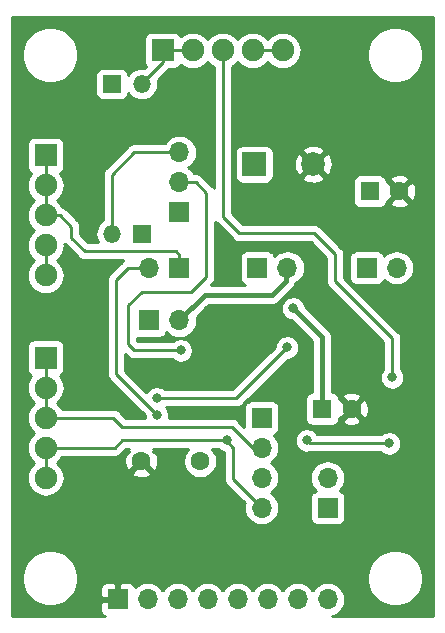
<source format=gbr>
G04 #@! TF.GenerationSoftware,KiCad,Pcbnew,(5.1.2-1)-1*
G04 #@! TF.CreationDate,2019-06-23T15:45:02-04:00*
G04 #@! TF.ProjectId,GR_555_DEV1.0,47525f35-3535-45f4-9445-56312e302e6b,rev?*
G04 #@! TF.SameCoordinates,Original*
G04 #@! TF.FileFunction,Copper,L2,Bot*
G04 #@! TF.FilePolarity,Positive*
%FSLAX46Y46*%
G04 Gerber Fmt 4.6, Leading zero omitted, Abs format (unit mm)*
G04 Created by KiCad (PCBNEW (5.1.2-1)-1) date 2019-06-23 15:45:02*
%MOMM*%
%LPD*%
G04 APERTURE LIST*
%ADD10C,2.000000*%
%ADD11R,2.000000X2.000000*%
%ADD12O,1.700000X1.700000*%
%ADD13R,1.700000X1.700000*%
%ADD14C,1.600000*%
%ADD15R,1.600000X1.600000*%
%ADD16O,1.500000X1.500000*%
%ADD17R,1.500000X1.500000*%
%ADD18O,1.900000X1.900000*%
%ADD19R,1.900000X1.900000*%
%ADD20C,0.800000*%
%ADD21C,0.406400*%
%ADD22C,0.254000*%
%ADD23C,0.250000*%
G04 APERTURE END LIST*
D10*
X191309000Y-75311000D03*
D11*
X186309000Y-75311000D03*
D12*
X177419000Y-84074000D03*
D13*
X179959000Y-84074000D03*
X177419000Y-88519000D03*
D12*
X179959000Y-88519000D03*
D13*
X186563000Y-84074000D03*
D12*
X189103000Y-84074000D03*
X198374000Y-84074000D03*
D13*
X195834000Y-84074000D03*
D12*
X192532000Y-112141000D03*
X189992000Y-112141000D03*
X187452000Y-112141000D03*
X184912000Y-112141000D03*
X182372000Y-112141000D03*
X179832000Y-112141000D03*
X177292000Y-112141000D03*
D13*
X174752000Y-112141000D03*
D14*
X181737000Y-100457000D03*
X176737000Y-100457000D03*
D15*
X196088000Y-77597000D03*
D14*
X198588000Y-77597000D03*
X194564000Y-96012000D03*
D15*
X192064000Y-96012000D03*
D13*
X192532000Y-104394000D03*
D12*
X192532000Y-101854000D03*
D16*
X174244000Y-81203800D03*
D17*
X174244000Y-68503800D03*
X176784000Y-81203800D03*
D16*
X176784000Y-68503800D03*
D13*
X186944000Y-96774000D03*
D12*
X186944000Y-99314000D03*
X186944000Y-101854000D03*
X186944000Y-104394000D03*
D13*
X179959000Y-79375000D03*
D12*
X179959000Y-76835000D03*
X179959000Y-74295000D03*
D18*
X168656000Y-84709000D03*
X168656000Y-82169000D03*
X168656000Y-79629000D03*
X168656000Y-77089000D03*
D19*
X168656000Y-74549000D03*
D18*
X168656000Y-101854000D03*
X168656000Y-99314000D03*
X168656000Y-96774000D03*
X168656000Y-94234000D03*
D19*
X168656000Y-91694000D03*
X178562000Y-65659000D03*
D18*
X181102000Y-65659000D03*
X183642000Y-65659000D03*
X186182000Y-65659000D03*
X188722000Y-65659000D03*
D20*
X189611000Y-87503000D03*
X186309000Y-90424000D03*
X184277000Y-88519000D03*
X182245000Y-90551000D03*
X196088000Y-97536000D03*
X196088000Y-94615000D03*
X193675000Y-94107000D03*
X193675000Y-97917000D03*
X178054000Y-102235000D03*
X175641000Y-102235000D03*
X176784000Y-102235000D03*
X174752000Y-109982000D03*
X172847000Y-112141000D03*
X193167000Y-71501000D03*
X194183000Y-73025000D03*
X193294000Y-79121000D03*
X192024000Y-80137000D03*
X199009000Y-74168000D03*
X200152000Y-75184000D03*
X200279000Y-80010000D03*
X200660000Y-78486000D03*
X178054000Y-95123000D03*
X189103000Y-90805000D03*
X178054000Y-96520000D03*
X184023000Y-98679000D03*
X180086000Y-91059000D03*
X190754000Y-98679000D03*
X197993000Y-93345000D03*
X197739000Y-98933000D03*
D21*
X192064000Y-96012000D02*
X192064000Y-89956000D01*
X192064000Y-89956000D02*
X189611000Y-87503000D01*
D22*
X168910000Y-76835000D02*
X168656000Y-77089000D01*
X168656000Y-74549000D02*
X168656000Y-77089000D01*
X168656000Y-79629000D02*
X168656000Y-77089000D01*
X169858081Y-79629000D02*
X170815000Y-80585919D01*
X168656000Y-79629000D02*
X169858081Y-79629000D01*
X170815000Y-80585919D02*
X170815000Y-81534000D01*
X170815000Y-81534000D02*
X171958000Y-82677000D01*
X179959000Y-82970000D02*
X179959000Y-84074000D01*
X179666000Y-82677000D02*
X179959000Y-82970000D01*
X171958000Y-82677000D02*
X179666000Y-82677000D01*
X178054000Y-95123000D02*
X178619685Y-95123000D01*
X178619685Y-95123000D02*
X184785000Y-95123000D01*
X184785000Y-95123000D02*
X189103000Y-90805000D01*
X174625000Y-93091000D02*
X178054000Y-96520000D01*
X174625000Y-85090000D02*
X174625000Y-93091000D01*
X175641000Y-84074000D02*
X174625000Y-85090000D01*
X177419000Y-84074000D02*
X175641000Y-84074000D01*
D21*
X179959000Y-88519000D02*
X182118000Y-86360000D01*
X182118000Y-86360000D02*
X187833000Y-86360000D01*
X187833000Y-86360000D02*
X188976000Y-85217000D01*
D22*
X188976000Y-84201000D02*
X189103000Y-84074000D01*
D21*
X188976000Y-85217000D02*
X188976000Y-84201000D01*
D22*
X174498000Y-99314000D02*
X175133000Y-98679000D01*
X183896000Y-98679000D02*
X184531000Y-99314000D01*
X184531000Y-99314000D02*
X184531000Y-100965000D01*
X175133000Y-98679000D02*
X183896000Y-98679000D01*
X168656000Y-99314000D02*
X174498000Y-99314000D01*
D23*
X184531000Y-101981000D02*
X186944000Y-104394000D01*
X184531000Y-100965000D02*
X184531000Y-101981000D01*
X168656000Y-101854000D02*
X168656000Y-99314000D01*
D22*
X180086000Y-91059000D02*
X179520315Y-91059000D01*
X179520315Y-91059000D02*
X176149000Y-91059000D01*
D23*
X182245000Y-84836000D02*
X182245000Y-77724000D01*
X180975000Y-86106000D02*
X182245000Y-84836000D01*
X175641000Y-87249000D02*
X176784000Y-86106000D01*
X176784000Y-86106000D02*
X180975000Y-86106000D01*
X182245000Y-77724000D02*
X181356000Y-76835000D01*
X175641000Y-90551000D02*
X175641000Y-87249000D01*
X181356000Y-76835000D02*
X179959000Y-76835000D01*
X176149000Y-91059000D02*
X175641000Y-90551000D01*
D22*
X174244000Y-76200000D02*
X176149000Y-74295000D01*
X176149000Y-74295000D02*
X179959000Y-74295000D01*
X174244000Y-81153000D02*
X174244000Y-76200000D01*
D23*
X187519919Y-65659000D02*
X186182000Y-65659000D01*
X188722000Y-65659000D02*
X187519919Y-65659000D01*
X179662000Y-65659000D02*
X181102000Y-65659000D01*
X178562000Y-65659000D02*
X179662000Y-65659000D01*
X178562000Y-66675000D02*
X178562000Y-65659000D01*
X176784000Y-68453000D02*
X178562000Y-66675000D01*
X168656000Y-84709000D02*
X168656000Y-82169000D01*
X183642000Y-79756000D02*
X183642000Y-65659000D01*
X185039000Y-81153000D02*
X183642000Y-79756000D01*
X193167000Y-85217000D02*
X193167000Y-82931000D01*
X193167000Y-82931000D02*
X191389000Y-81153000D01*
X191389000Y-81153000D02*
X185039000Y-81153000D01*
X197993000Y-90043000D02*
X193167000Y-85217000D01*
X197993000Y-93345000D02*
X197993000Y-90043000D01*
X191008000Y-98933000D02*
X197739000Y-98933000D01*
X190754000Y-98679000D02*
X191008000Y-98933000D01*
D22*
X175133000Y-97536000D02*
X183769000Y-97536000D01*
X174371000Y-96774000D02*
X175133000Y-97536000D01*
X168656000Y-96774000D02*
X174371000Y-96774000D01*
D23*
X186182000Y-99314000D02*
X186944000Y-99314000D01*
X184404000Y-97536000D02*
X186182000Y-99314000D01*
X183769000Y-97536000D02*
X184404000Y-97536000D01*
X168656000Y-92794000D02*
X168656000Y-94234000D01*
X168656000Y-91694000D02*
X168656000Y-92794000D01*
X168656000Y-96774000D02*
X168656000Y-94234000D01*
D22*
G36*
X201474001Y-113590000D02*
G01*
X192870954Y-113590000D01*
X193103034Y-113519599D01*
X193361014Y-113381706D01*
X193587134Y-113196134D01*
X193772706Y-112970014D01*
X193910599Y-112712034D01*
X193995513Y-112432111D01*
X194024185Y-112141000D01*
X193995513Y-111849889D01*
X193910599Y-111569966D01*
X193772706Y-111311986D01*
X193587134Y-111085866D01*
X193361014Y-110900294D01*
X193103034Y-110762401D01*
X192823111Y-110677487D01*
X192604950Y-110656000D01*
X192459050Y-110656000D01*
X192240889Y-110677487D01*
X191960966Y-110762401D01*
X191702986Y-110900294D01*
X191476866Y-111085866D01*
X191291294Y-111311986D01*
X191262000Y-111366791D01*
X191232706Y-111311986D01*
X191047134Y-111085866D01*
X190821014Y-110900294D01*
X190563034Y-110762401D01*
X190283111Y-110677487D01*
X190064950Y-110656000D01*
X189919050Y-110656000D01*
X189700889Y-110677487D01*
X189420966Y-110762401D01*
X189162986Y-110900294D01*
X188936866Y-111085866D01*
X188751294Y-111311986D01*
X188722000Y-111366791D01*
X188692706Y-111311986D01*
X188507134Y-111085866D01*
X188281014Y-110900294D01*
X188023034Y-110762401D01*
X187743111Y-110677487D01*
X187524950Y-110656000D01*
X187379050Y-110656000D01*
X187160889Y-110677487D01*
X186880966Y-110762401D01*
X186622986Y-110900294D01*
X186396866Y-111085866D01*
X186211294Y-111311986D01*
X186182000Y-111366791D01*
X186152706Y-111311986D01*
X185967134Y-111085866D01*
X185741014Y-110900294D01*
X185483034Y-110762401D01*
X185203111Y-110677487D01*
X184984950Y-110656000D01*
X184839050Y-110656000D01*
X184620889Y-110677487D01*
X184340966Y-110762401D01*
X184082986Y-110900294D01*
X183856866Y-111085866D01*
X183671294Y-111311986D01*
X183642000Y-111366791D01*
X183612706Y-111311986D01*
X183427134Y-111085866D01*
X183201014Y-110900294D01*
X182943034Y-110762401D01*
X182663111Y-110677487D01*
X182444950Y-110656000D01*
X182299050Y-110656000D01*
X182080889Y-110677487D01*
X181800966Y-110762401D01*
X181542986Y-110900294D01*
X181316866Y-111085866D01*
X181131294Y-111311986D01*
X181102000Y-111366791D01*
X181072706Y-111311986D01*
X180887134Y-111085866D01*
X180661014Y-110900294D01*
X180403034Y-110762401D01*
X180123111Y-110677487D01*
X179904950Y-110656000D01*
X179759050Y-110656000D01*
X179540889Y-110677487D01*
X179260966Y-110762401D01*
X179002986Y-110900294D01*
X178776866Y-111085866D01*
X178591294Y-111311986D01*
X178562000Y-111366791D01*
X178532706Y-111311986D01*
X178347134Y-111085866D01*
X178121014Y-110900294D01*
X177863034Y-110762401D01*
X177583111Y-110677487D01*
X177364950Y-110656000D01*
X177219050Y-110656000D01*
X177000889Y-110677487D01*
X176720966Y-110762401D01*
X176462986Y-110900294D01*
X176236866Y-111085866D01*
X176212393Y-111115687D01*
X176191502Y-111046820D01*
X176132537Y-110936506D01*
X176053185Y-110839815D01*
X175956494Y-110760463D01*
X175846180Y-110701498D01*
X175726482Y-110665188D01*
X175602000Y-110652928D01*
X175037750Y-110656000D01*
X174879000Y-110814750D01*
X174879000Y-112014000D01*
X174899000Y-112014000D01*
X174899000Y-112268000D01*
X174879000Y-112268000D01*
X174879000Y-112288000D01*
X174625000Y-112288000D01*
X174625000Y-112268000D01*
X173425750Y-112268000D01*
X173267000Y-112426750D01*
X173263928Y-112991000D01*
X173276188Y-113115482D01*
X173312498Y-113235180D01*
X173371463Y-113345494D01*
X173450815Y-113442185D01*
X173547506Y-113521537D01*
X173657820Y-113580502D01*
X173689131Y-113590000D01*
X165810000Y-113590000D01*
X165810000Y-110128098D01*
X166652000Y-110128098D01*
X166652000Y-110597902D01*
X166743654Y-111058679D01*
X166923440Y-111492721D01*
X167184450Y-111883349D01*
X167516651Y-112215550D01*
X167907279Y-112476560D01*
X168341321Y-112656346D01*
X168802098Y-112748000D01*
X169271902Y-112748000D01*
X169732679Y-112656346D01*
X170166721Y-112476560D01*
X170557349Y-112215550D01*
X170889550Y-111883349D01*
X171150560Y-111492721D01*
X171234115Y-111291000D01*
X173263928Y-111291000D01*
X173267000Y-111855250D01*
X173425750Y-112014000D01*
X174625000Y-112014000D01*
X174625000Y-110814750D01*
X174466250Y-110656000D01*
X173902000Y-110652928D01*
X173777518Y-110665188D01*
X173657820Y-110701498D01*
X173547506Y-110760463D01*
X173450815Y-110839815D01*
X173371463Y-110936506D01*
X173312498Y-111046820D01*
X173276188Y-111166518D01*
X173263928Y-111291000D01*
X171234115Y-111291000D01*
X171330346Y-111058679D01*
X171422000Y-110597902D01*
X171422000Y-110128098D01*
X195862000Y-110128098D01*
X195862000Y-110597902D01*
X195953654Y-111058679D01*
X196133440Y-111492721D01*
X196394450Y-111883349D01*
X196726651Y-112215550D01*
X197117279Y-112476560D01*
X197551321Y-112656346D01*
X198012098Y-112748000D01*
X198481902Y-112748000D01*
X198942679Y-112656346D01*
X199376721Y-112476560D01*
X199767349Y-112215550D01*
X200099550Y-111883349D01*
X200360560Y-111492721D01*
X200540346Y-111058679D01*
X200632000Y-110597902D01*
X200632000Y-110128098D01*
X200540346Y-109667321D01*
X200360560Y-109233279D01*
X200099550Y-108842651D01*
X199767349Y-108510450D01*
X199376721Y-108249440D01*
X198942679Y-108069654D01*
X198481902Y-107978000D01*
X198012098Y-107978000D01*
X197551321Y-108069654D01*
X197117279Y-108249440D01*
X196726651Y-108510450D01*
X196394450Y-108842651D01*
X196133440Y-109233279D01*
X195953654Y-109667321D01*
X195862000Y-110128098D01*
X171422000Y-110128098D01*
X171330346Y-109667321D01*
X171150560Y-109233279D01*
X170889550Y-108842651D01*
X170557349Y-108510450D01*
X170166721Y-108249440D01*
X169732679Y-108069654D01*
X169271902Y-107978000D01*
X168802098Y-107978000D01*
X168341321Y-108069654D01*
X167907279Y-108249440D01*
X167516651Y-108510450D01*
X167184450Y-108842651D01*
X166923440Y-109233279D01*
X166743654Y-109667321D01*
X166652000Y-110128098D01*
X165810000Y-110128098D01*
X165810000Y-77089000D01*
X167063331Y-77089000D01*
X167093934Y-77399714D01*
X167184566Y-77698488D01*
X167331744Y-77973839D01*
X167529813Y-78215187D01*
X167705050Y-78359000D01*
X167529813Y-78502813D01*
X167331744Y-78744161D01*
X167184566Y-79019512D01*
X167093934Y-79318286D01*
X167063331Y-79629000D01*
X167093934Y-79939714D01*
X167184566Y-80238488D01*
X167331744Y-80513839D01*
X167529813Y-80755187D01*
X167705050Y-80899000D01*
X167529813Y-81042813D01*
X167331744Y-81284161D01*
X167184566Y-81559512D01*
X167093934Y-81858286D01*
X167063331Y-82169000D01*
X167093934Y-82479714D01*
X167184566Y-82778488D01*
X167331744Y-83053839D01*
X167529813Y-83295187D01*
X167705050Y-83439000D01*
X167529813Y-83582813D01*
X167331744Y-83824161D01*
X167184566Y-84099512D01*
X167093934Y-84398286D01*
X167063331Y-84709000D01*
X167093934Y-85019714D01*
X167184566Y-85318488D01*
X167331744Y-85593839D01*
X167529813Y-85835187D01*
X167771161Y-86033256D01*
X168046512Y-86180434D01*
X168345286Y-86271066D01*
X168578136Y-86294000D01*
X168733864Y-86294000D01*
X168966714Y-86271066D01*
X169265488Y-86180434D01*
X169540839Y-86033256D01*
X169782187Y-85835187D01*
X169980256Y-85593839D01*
X170127434Y-85318488D01*
X170218066Y-85019714D01*
X170248669Y-84709000D01*
X170218066Y-84398286D01*
X170127434Y-84099512D01*
X169980256Y-83824161D01*
X169782187Y-83582813D01*
X169606950Y-83439000D01*
X169782187Y-83295187D01*
X169980256Y-83053839D01*
X170127434Y-82778488D01*
X170218066Y-82479714D01*
X170248669Y-82169000D01*
X170234798Y-82028167D01*
X170273579Y-82075422D01*
X170302649Y-82099279D01*
X171392720Y-83189351D01*
X171416578Y-83218422D01*
X171532608Y-83313645D01*
X171664985Y-83384402D01*
X171808622Y-83427974D01*
X171920574Y-83439000D01*
X171920576Y-83439000D01*
X171957999Y-83442686D01*
X171995422Y-83439000D01*
X175213603Y-83439000D01*
X175174610Y-83471001D01*
X175099578Y-83532578D01*
X175075721Y-83561649D01*
X174112654Y-84524716D01*
X174083578Y-84548578D01*
X174028721Y-84615422D01*
X173988355Y-84664608D01*
X173963748Y-84710645D01*
X173917598Y-84796986D01*
X173874026Y-84940623D01*
X173863403Y-85048482D01*
X173859314Y-85090000D01*
X173863000Y-85127423D01*
X173863001Y-93053567D01*
X173859314Y-93091000D01*
X173874027Y-93240378D01*
X173917599Y-93384015D01*
X173988355Y-93516392D01*
X174056172Y-93599026D01*
X174083579Y-93632422D01*
X174112649Y-93656279D01*
X177019000Y-96562631D01*
X177019000Y-96621939D01*
X177049247Y-96774000D01*
X175448631Y-96774000D01*
X174936284Y-96261653D01*
X174912422Y-96232578D01*
X174796392Y-96137355D01*
X174664015Y-96066598D01*
X174520378Y-96023026D01*
X174408426Y-96012000D01*
X174408423Y-96012000D01*
X174371000Y-96008314D01*
X174333577Y-96012000D01*
X170045915Y-96012000D01*
X169980256Y-95889161D01*
X169782187Y-95647813D01*
X169606950Y-95504000D01*
X169782187Y-95360187D01*
X169980256Y-95118839D01*
X170127434Y-94843488D01*
X170218066Y-94544714D01*
X170248669Y-94234000D01*
X170218066Y-93923286D01*
X170127434Y-93624512D01*
X169980256Y-93349161D01*
X169874617Y-93220440D01*
X169960494Y-93174537D01*
X170057185Y-93095185D01*
X170136537Y-92998494D01*
X170195502Y-92888180D01*
X170231812Y-92768482D01*
X170244072Y-92644000D01*
X170244072Y-90744000D01*
X170231812Y-90619518D01*
X170195502Y-90499820D01*
X170136537Y-90389506D01*
X170057185Y-90292815D01*
X169960494Y-90213463D01*
X169850180Y-90154498D01*
X169730482Y-90118188D01*
X169606000Y-90105928D01*
X167706000Y-90105928D01*
X167581518Y-90118188D01*
X167461820Y-90154498D01*
X167351506Y-90213463D01*
X167254815Y-90292815D01*
X167175463Y-90389506D01*
X167116498Y-90499820D01*
X167080188Y-90619518D01*
X167067928Y-90744000D01*
X167067928Y-92644000D01*
X167080188Y-92768482D01*
X167116498Y-92888180D01*
X167175463Y-92998494D01*
X167254815Y-93095185D01*
X167351506Y-93174537D01*
X167437383Y-93220440D01*
X167331744Y-93349161D01*
X167184566Y-93624512D01*
X167093934Y-93923286D01*
X167063331Y-94234000D01*
X167093934Y-94544714D01*
X167184566Y-94843488D01*
X167331744Y-95118839D01*
X167529813Y-95360187D01*
X167705050Y-95504000D01*
X167529813Y-95647813D01*
X167331744Y-95889161D01*
X167184566Y-96164512D01*
X167093934Y-96463286D01*
X167063331Y-96774000D01*
X167093934Y-97084714D01*
X167184566Y-97383488D01*
X167331744Y-97658839D01*
X167529813Y-97900187D01*
X167705050Y-98044000D01*
X167529813Y-98187813D01*
X167331744Y-98429161D01*
X167184566Y-98704512D01*
X167093934Y-99003286D01*
X167063331Y-99314000D01*
X167093934Y-99624714D01*
X167184566Y-99923488D01*
X167331744Y-100198839D01*
X167529813Y-100440187D01*
X167705050Y-100584000D01*
X167529813Y-100727813D01*
X167331744Y-100969161D01*
X167184566Y-101244512D01*
X167093934Y-101543286D01*
X167063331Y-101854000D01*
X167093934Y-102164714D01*
X167184566Y-102463488D01*
X167331744Y-102738839D01*
X167529813Y-102980187D01*
X167771161Y-103178256D01*
X168046512Y-103325434D01*
X168345286Y-103416066D01*
X168578136Y-103439000D01*
X168733864Y-103439000D01*
X168966714Y-103416066D01*
X169265488Y-103325434D01*
X169540839Y-103178256D01*
X169782187Y-102980187D01*
X169980256Y-102738839D01*
X170127434Y-102463488D01*
X170218066Y-102164714D01*
X170248669Y-101854000D01*
X170218066Y-101543286D01*
X170189678Y-101449702D01*
X175923903Y-101449702D01*
X175995486Y-101693671D01*
X176250996Y-101814571D01*
X176525184Y-101883300D01*
X176807512Y-101897217D01*
X177087130Y-101855787D01*
X177353292Y-101760603D01*
X177478514Y-101693671D01*
X177550097Y-101449702D01*
X176737000Y-100636605D01*
X175923903Y-101449702D01*
X170189678Y-101449702D01*
X170127434Y-101244512D01*
X169980256Y-100969161D01*
X169782187Y-100727813D01*
X169606950Y-100584000D01*
X169782187Y-100440187D01*
X169980256Y-100198839D01*
X170045915Y-100076000D01*
X174460577Y-100076000D01*
X174498000Y-100079686D01*
X174535423Y-100076000D01*
X174535426Y-100076000D01*
X174647378Y-100064974D01*
X174791015Y-100021402D01*
X174923392Y-99950645D01*
X175039422Y-99855422D01*
X175063284Y-99826346D01*
X175448630Y-99441000D01*
X175714653Y-99441000D01*
X175628023Y-99527630D01*
X175744296Y-99643903D01*
X175500329Y-99715486D01*
X175379429Y-99970996D01*
X175310700Y-100245184D01*
X175296783Y-100527512D01*
X175338213Y-100807130D01*
X175433397Y-101073292D01*
X175500329Y-101198514D01*
X175744298Y-101270097D01*
X176557395Y-100457000D01*
X176543253Y-100442858D01*
X176722858Y-100263253D01*
X176737000Y-100277395D01*
X176751143Y-100263253D01*
X176930748Y-100442858D01*
X176916605Y-100457000D01*
X177729702Y-101270097D01*
X177973671Y-101198514D01*
X178094571Y-100943004D01*
X178163300Y-100668816D01*
X178177217Y-100386488D01*
X178135787Y-100106870D01*
X178040603Y-99840708D01*
X177973671Y-99715486D01*
X177729704Y-99643903D01*
X177845977Y-99527630D01*
X177759347Y-99441000D01*
X180723604Y-99441000D01*
X180622363Y-99542241D01*
X180465320Y-99777273D01*
X180357147Y-100038426D01*
X180302000Y-100315665D01*
X180302000Y-100598335D01*
X180357147Y-100875574D01*
X180465320Y-101136727D01*
X180622363Y-101371759D01*
X180822241Y-101571637D01*
X181057273Y-101728680D01*
X181318426Y-101836853D01*
X181595665Y-101892000D01*
X181878335Y-101892000D01*
X182155574Y-101836853D01*
X182416727Y-101728680D01*
X182651759Y-101571637D01*
X182851637Y-101371759D01*
X183008680Y-101136727D01*
X183116853Y-100875574D01*
X183172000Y-100598335D01*
X183172000Y-100315665D01*
X183116853Y-100038426D01*
X183008680Y-99777273D01*
X182851637Y-99542241D01*
X182750396Y-99441000D01*
X183321289Y-99441000D01*
X183363226Y-99482937D01*
X183532744Y-99596205D01*
X183721102Y-99674226D01*
X183769000Y-99683753D01*
X183769001Y-101002426D01*
X183771000Y-101022724D01*
X183771001Y-101943668D01*
X183767324Y-101981000D01*
X183771001Y-102018333D01*
X183781998Y-102129986D01*
X183795180Y-102173442D01*
X183825454Y-102273246D01*
X183896026Y-102405276D01*
X183943800Y-102463488D01*
X183991000Y-102521001D01*
X184019998Y-102544799D01*
X185503203Y-104028005D01*
X185480487Y-104102889D01*
X185451815Y-104394000D01*
X185480487Y-104685111D01*
X185565401Y-104965034D01*
X185703294Y-105223014D01*
X185888866Y-105449134D01*
X186114986Y-105634706D01*
X186372966Y-105772599D01*
X186652889Y-105857513D01*
X186871050Y-105879000D01*
X187016950Y-105879000D01*
X187235111Y-105857513D01*
X187515034Y-105772599D01*
X187773014Y-105634706D01*
X187999134Y-105449134D01*
X188184706Y-105223014D01*
X188322599Y-104965034D01*
X188407513Y-104685111D01*
X188436185Y-104394000D01*
X188407513Y-104102889D01*
X188322599Y-103822966D01*
X188184706Y-103564986D01*
X187999134Y-103338866D01*
X187773014Y-103153294D01*
X187718209Y-103124000D01*
X187773014Y-103094706D01*
X187999134Y-102909134D01*
X188184706Y-102683014D01*
X188322599Y-102425034D01*
X188407513Y-102145111D01*
X188436185Y-101854000D01*
X191039815Y-101854000D01*
X191068487Y-102145111D01*
X191153401Y-102425034D01*
X191291294Y-102683014D01*
X191476866Y-102909134D01*
X191506687Y-102933607D01*
X191437820Y-102954498D01*
X191327506Y-103013463D01*
X191230815Y-103092815D01*
X191151463Y-103189506D01*
X191092498Y-103299820D01*
X191056188Y-103419518D01*
X191043928Y-103544000D01*
X191043928Y-105244000D01*
X191056188Y-105368482D01*
X191092498Y-105488180D01*
X191151463Y-105598494D01*
X191230815Y-105695185D01*
X191327506Y-105774537D01*
X191437820Y-105833502D01*
X191557518Y-105869812D01*
X191682000Y-105882072D01*
X193382000Y-105882072D01*
X193506482Y-105869812D01*
X193626180Y-105833502D01*
X193736494Y-105774537D01*
X193833185Y-105695185D01*
X193912537Y-105598494D01*
X193971502Y-105488180D01*
X194007812Y-105368482D01*
X194020072Y-105244000D01*
X194020072Y-103544000D01*
X194007812Y-103419518D01*
X193971502Y-103299820D01*
X193912537Y-103189506D01*
X193833185Y-103092815D01*
X193736494Y-103013463D01*
X193626180Y-102954498D01*
X193557313Y-102933607D01*
X193587134Y-102909134D01*
X193772706Y-102683014D01*
X193910599Y-102425034D01*
X193995513Y-102145111D01*
X194024185Y-101854000D01*
X193995513Y-101562889D01*
X193910599Y-101282966D01*
X193772706Y-101024986D01*
X193587134Y-100798866D01*
X193361014Y-100613294D01*
X193103034Y-100475401D01*
X192823111Y-100390487D01*
X192604950Y-100369000D01*
X192459050Y-100369000D01*
X192240889Y-100390487D01*
X191960966Y-100475401D01*
X191702986Y-100613294D01*
X191476866Y-100798866D01*
X191291294Y-101024986D01*
X191153401Y-101282966D01*
X191068487Y-101562889D01*
X191039815Y-101854000D01*
X188436185Y-101854000D01*
X188407513Y-101562889D01*
X188322599Y-101282966D01*
X188184706Y-101024986D01*
X187999134Y-100798866D01*
X187773014Y-100613294D01*
X187718209Y-100584000D01*
X187773014Y-100554706D01*
X187999134Y-100369134D01*
X188184706Y-100143014D01*
X188322599Y-99885034D01*
X188407513Y-99605111D01*
X188436185Y-99314000D01*
X188407513Y-99022889D01*
X188322599Y-98742966D01*
X188233922Y-98577061D01*
X189719000Y-98577061D01*
X189719000Y-98780939D01*
X189758774Y-98980898D01*
X189836795Y-99169256D01*
X189950063Y-99338774D01*
X190094226Y-99482937D01*
X190263744Y-99596205D01*
X190452102Y-99674226D01*
X190652061Y-99714000D01*
X190855939Y-99714000D01*
X190964545Y-99692397D01*
X190970667Y-99693000D01*
X190970676Y-99693000D01*
X191007999Y-99696676D01*
X191045322Y-99693000D01*
X197035289Y-99693000D01*
X197079226Y-99736937D01*
X197248744Y-99850205D01*
X197437102Y-99928226D01*
X197637061Y-99968000D01*
X197840939Y-99968000D01*
X198040898Y-99928226D01*
X198229256Y-99850205D01*
X198398774Y-99736937D01*
X198542937Y-99592774D01*
X198656205Y-99423256D01*
X198734226Y-99234898D01*
X198774000Y-99034939D01*
X198774000Y-98831061D01*
X198734226Y-98631102D01*
X198656205Y-98442744D01*
X198542937Y-98273226D01*
X198398774Y-98129063D01*
X198229256Y-98015795D01*
X198040898Y-97937774D01*
X197840939Y-97898000D01*
X197637061Y-97898000D01*
X197437102Y-97937774D01*
X197248744Y-98015795D01*
X197079226Y-98129063D01*
X197035289Y-98173000D01*
X191660685Y-98173000D01*
X191557937Y-98019226D01*
X191413774Y-97875063D01*
X191244256Y-97761795D01*
X191055898Y-97683774D01*
X190855939Y-97644000D01*
X190652061Y-97644000D01*
X190452102Y-97683774D01*
X190263744Y-97761795D01*
X190094226Y-97875063D01*
X189950063Y-98019226D01*
X189836795Y-98188744D01*
X189758774Y-98377102D01*
X189719000Y-98577061D01*
X188233922Y-98577061D01*
X188184706Y-98484986D01*
X187999134Y-98258866D01*
X187969313Y-98234393D01*
X188038180Y-98213502D01*
X188148494Y-98154537D01*
X188245185Y-98075185D01*
X188324537Y-97978494D01*
X188383502Y-97868180D01*
X188419812Y-97748482D01*
X188432072Y-97624000D01*
X188432072Y-95924000D01*
X188419812Y-95799518D01*
X188383502Y-95679820D01*
X188324537Y-95569506D01*
X188245185Y-95472815D01*
X188148494Y-95393463D01*
X188038180Y-95334498D01*
X187918482Y-95298188D01*
X187794000Y-95285928D01*
X186094000Y-95285928D01*
X185969518Y-95298188D01*
X185849820Y-95334498D01*
X185739506Y-95393463D01*
X185642815Y-95472815D01*
X185563463Y-95569506D01*
X185504498Y-95679820D01*
X185468188Y-95799518D01*
X185455928Y-95924000D01*
X185455928Y-97513127D01*
X184967804Y-97025003D01*
X184944001Y-96995999D01*
X184828276Y-96901026D01*
X184696247Y-96830454D01*
X184552986Y-96786997D01*
X184441333Y-96776000D01*
X184441322Y-96776000D01*
X184404000Y-96772324D01*
X184366678Y-96776000D01*
X183826733Y-96776000D01*
X183806426Y-96774000D01*
X179058753Y-96774000D01*
X179089000Y-96621939D01*
X179089000Y-96418061D01*
X179049226Y-96218102D01*
X178971205Y-96029744D01*
X178874490Y-95885000D01*
X184747577Y-95885000D01*
X184785000Y-95888686D01*
X184822423Y-95885000D01*
X184822426Y-95885000D01*
X184934378Y-95873974D01*
X185078015Y-95830402D01*
X185210392Y-95759645D01*
X185326422Y-95664422D01*
X185350284Y-95635346D01*
X189145631Y-91840000D01*
X189204939Y-91840000D01*
X189404898Y-91800226D01*
X189593256Y-91722205D01*
X189762774Y-91608937D01*
X189906937Y-91464774D01*
X190020205Y-91295256D01*
X190098226Y-91106898D01*
X190138000Y-90906939D01*
X190138000Y-90703061D01*
X190098226Y-90503102D01*
X190020205Y-90314744D01*
X189906937Y-90145226D01*
X189762774Y-90001063D01*
X189593256Y-89887795D01*
X189404898Y-89809774D01*
X189204939Y-89770000D01*
X189001061Y-89770000D01*
X188801102Y-89809774D01*
X188612744Y-89887795D01*
X188443226Y-90001063D01*
X188299063Y-90145226D01*
X188185795Y-90314744D01*
X188107774Y-90503102D01*
X188068000Y-90703061D01*
X188068000Y-90762369D01*
X184469370Y-94361000D01*
X178755711Y-94361000D01*
X178713774Y-94319063D01*
X178544256Y-94205795D01*
X178355898Y-94127774D01*
X178155939Y-94088000D01*
X177952061Y-94088000D01*
X177752102Y-94127774D01*
X177563744Y-94205795D01*
X177394226Y-94319063D01*
X177250063Y-94463226D01*
X177179885Y-94568255D01*
X175387000Y-92775370D01*
X175387000Y-91371802D01*
X175570773Y-91555575D01*
X175607578Y-91600422D01*
X175723608Y-91695645D01*
X175855985Y-91766402D01*
X175999622Y-91809974D01*
X176111574Y-91821000D01*
X176131982Y-91821000D01*
X176148999Y-91822676D01*
X176166016Y-91821000D01*
X179384289Y-91821000D01*
X179426226Y-91862937D01*
X179595744Y-91976205D01*
X179784102Y-92054226D01*
X179984061Y-92094000D01*
X180187939Y-92094000D01*
X180387898Y-92054226D01*
X180576256Y-91976205D01*
X180745774Y-91862937D01*
X180889937Y-91718774D01*
X181003205Y-91549256D01*
X181081226Y-91360898D01*
X181121000Y-91160939D01*
X181121000Y-90957061D01*
X181081226Y-90757102D01*
X181003205Y-90568744D01*
X180889937Y-90399226D01*
X180745774Y-90255063D01*
X180576256Y-90141795D01*
X180387898Y-90063774D01*
X180187939Y-90024000D01*
X179984061Y-90024000D01*
X179784102Y-90063774D01*
X179595744Y-90141795D01*
X179426226Y-90255063D01*
X179384289Y-90297000D01*
X176461802Y-90297000D01*
X176401000Y-90236199D01*
X176401000Y-89981611D01*
X176444518Y-89994812D01*
X176569000Y-90007072D01*
X178269000Y-90007072D01*
X178393482Y-89994812D01*
X178513180Y-89958502D01*
X178623494Y-89899537D01*
X178720185Y-89820185D01*
X178799537Y-89723494D01*
X178858502Y-89613180D01*
X178879393Y-89544313D01*
X178903866Y-89574134D01*
X179129986Y-89759706D01*
X179387966Y-89897599D01*
X179667889Y-89982513D01*
X179886050Y-90004000D01*
X180031950Y-90004000D01*
X180250111Y-89982513D01*
X180530034Y-89897599D01*
X180788014Y-89759706D01*
X181014134Y-89574134D01*
X181199706Y-89348014D01*
X181337599Y-89090034D01*
X181422513Y-88810111D01*
X181451185Y-88519000D01*
X181423678Y-88239716D01*
X182262333Y-87401061D01*
X188576000Y-87401061D01*
X188576000Y-87604939D01*
X188615774Y-87804898D01*
X188693795Y-87993256D01*
X188807063Y-88162774D01*
X188951226Y-88306937D01*
X189120744Y-88420205D01*
X189309102Y-88498226D01*
X189448576Y-88525969D01*
X191225801Y-90303195D01*
X191225800Y-94577690D01*
X191139518Y-94586188D01*
X191019820Y-94622498D01*
X190909506Y-94681463D01*
X190812815Y-94760815D01*
X190733463Y-94857506D01*
X190674498Y-94967820D01*
X190638188Y-95087518D01*
X190625928Y-95212000D01*
X190625928Y-96812000D01*
X190638188Y-96936482D01*
X190674498Y-97056180D01*
X190733463Y-97166494D01*
X190812815Y-97263185D01*
X190909506Y-97342537D01*
X191019820Y-97401502D01*
X191139518Y-97437812D01*
X191264000Y-97450072D01*
X192864000Y-97450072D01*
X192988482Y-97437812D01*
X193108180Y-97401502D01*
X193218494Y-97342537D01*
X193315185Y-97263185D01*
X193394537Y-97166494D01*
X193453502Y-97056180D01*
X193469117Y-97004702D01*
X193750903Y-97004702D01*
X193822486Y-97248671D01*
X194077996Y-97369571D01*
X194352184Y-97438300D01*
X194634512Y-97452217D01*
X194914130Y-97410787D01*
X195180292Y-97315603D01*
X195305514Y-97248671D01*
X195377097Y-97004702D01*
X194564000Y-96191605D01*
X193750903Y-97004702D01*
X193469117Y-97004702D01*
X193489812Y-96936482D01*
X193502072Y-96812000D01*
X193502072Y-96804785D01*
X193571298Y-96825097D01*
X194384395Y-96012000D01*
X194743605Y-96012000D01*
X195556702Y-96825097D01*
X195800671Y-96753514D01*
X195921571Y-96498004D01*
X195990300Y-96223816D01*
X196004217Y-95941488D01*
X195962787Y-95661870D01*
X195867603Y-95395708D01*
X195800671Y-95270486D01*
X195556702Y-95198903D01*
X194743605Y-96012000D01*
X194384395Y-96012000D01*
X193571298Y-95198903D01*
X193502072Y-95219215D01*
X193502072Y-95212000D01*
X193489812Y-95087518D01*
X193469118Y-95019298D01*
X193750903Y-95019298D01*
X194564000Y-95832395D01*
X195377097Y-95019298D01*
X195305514Y-94775329D01*
X195050004Y-94654429D01*
X194775816Y-94585700D01*
X194493488Y-94571783D01*
X194213870Y-94613213D01*
X193947708Y-94708397D01*
X193822486Y-94775329D01*
X193750903Y-95019298D01*
X193469118Y-95019298D01*
X193453502Y-94967820D01*
X193394537Y-94857506D01*
X193315185Y-94760815D01*
X193218494Y-94681463D01*
X193108180Y-94622498D01*
X192988482Y-94586188D01*
X192902200Y-94577690D01*
X192902200Y-89997163D01*
X192906254Y-89956000D01*
X192902200Y-89914837D01*
X192902200Y-89914830D01*
X192890071Y-89791684D01*
X192842142Y-89633683D01*
X192764309Y-89488068D01*
X192659564Y-89360436D01*
X192627588Y-89334194D01*
X190633969Y-87340576D01*
X190606226Y-87201102D01*
X190528205Y-87012744D01*
X190414937Y-86843226D01*
X190270774Y-86699063D01*
X190101256Y-86585795D01*
X189912898Y-86507774D01*
X189712939Y-86468000D01*
X189509061Y-86468000D01*
X189309102Y-86507774D01*
X189120744Y-86585795D01*
X188951226Y-86699063D01*
X188807063Y-86843226D01*
X188693795Y-87012744D01*
X188615774Y-87201102D01*
X188576000Y-87401061D01*
X182262333Y-87401061D01*
X182465194Y-87198200D01*
X187791837Y-87198200D01*
X187833000Y-87202254D01*
X187874163Y-87198200D01*
X187874170Y-87198200D01*
X187997316Y-87186071D01*
X188155317Y-87138142D01*
X188300932Y-87060309D01*
X188428564Y-86955564D01*
X188454811Y-86923582D01*
X189539589Y-85838805D01*
X189571564Y-85812564D01*
X189617164Y-85757001D01*
X189676309Y-85684932D01*
X189729722Y-85585003D01*
X189754142Y-85539317D01*
X189801041Y-85384713D01*
X189932014Y-85314706D01*
X190158134Y-85129134D01*
X190343706Y-84903014D01*
X190481599Y-84645034D01*
X190566513Y-84365111D01*
X190595185Y-84074000D01*
X190566513Y-83782889D01*
X190481599Y-83502966D01*
X190343706Y-83244986D01*
X190158134Y-83018866D01*
X189932014Y-82833294D01*
X189674034Y-82695401D01*
X189394111Y-82610487D01*
X189175950Y-82589000D01*
X189030050Y-82589000D01*
X188811889Y-82610487D01*
X188531966Y-82695401D01*
X188273986Y-82833294D01*
X188047866Y-83018866D01*
X188023393Y-83048687D01*
X188002502Y-82979820D01*
X187943537Y-82869506D01*
X187864185Y-82772815D01*
X187767494Y-82693463D01*
X187657180Y-82634498D01*
X187537482Y-82598188D01*
X187413000Y-82585928D01*
X185713000Y-82585928D01*
X185588518Y-82598188D01*
X185468820Y-82634498D01*
X185358506Y-82693463D01*
X185261815Y-82772815D01*
X185182463Y-82869506D01*
X185123498Y-82979820D01*
X185087188Y-83099518D01*
X185074928Y-83224000D01*
X185074928Y-84924000D01*
X185087188Y-85048482D01*
X185123498Y-85168180D01*
X185182463Y-85278494D01*
X185261815Y-85375185D01*
X185358506Y-85454537D01*
X185468820Y-85513502D01*
X185496175Y-85521800D01*
X182634002Y-85521800D01*
X182756004Y-85399798D01*
X182785001Y-85376001D01*
X182879974Y-85260276D01*
X182950546Y-85128247D01*
X182994003Y-84984986D01*
X183005000Y-84873333D01*
X183005000Y-84873324D01*
X183008676Y-84836001D01*
X183005000Y-84798678D01*
X183005000Y-80176486D01*
X183007026Y-80180276D01*
X183046871Y-80228826D01*
X183101999Y-80296001D01*
X183131003Y-80319804D01*
X184475200Y-81664002D01*
X184498999Y-81693001D01*
X184614724Y-81787974D01*
X184746753Y-81858546D01*
X184890014Y-81902003D01*
X185001667Y-81913000D01*
X185001676Y-81913000D01*
X185038999Y-81916676D01*
X185076322Y-81913000D01*
X191074199Y-81913000D01*
X192407001Y-83245803D01*
X192407000Y-85179677D01*
X192403324Y-85217000D01*
X192407000Y-85254322D01*
X192407000Y-85254332D01*
X192417997Y-85365985D01*
X192450361Y-85472677D01*
X192461454Y-85509246D01*
X192532026Y-85641276D01*
X192547139Y-85659691D01*
X192626999Y-85757001D01*
X192656003Y-85780804D01*
X197233001Y-90357803D01*
X197233000Y-92641289D01*
X197189063Y-92685226D01*
X197075795Y-92854744D01*
X196997774Y-93043102D01*
X196958000Y-93243061D01*
X196958000Y-93446939D01*
X196997774Y-93646898D01*
X197075795Y-93835256D01*
X197189063Y-94004774D01*
X197333226Y-94148937D01*
X197502744Y-94262205D01*
X197691102Y-94340226D01*
X197891061Y-94380000D01*
X198094939Y-94380000D01*
X198294898Y-94340226D01*
X198483256Y-94262205D01*
X198652774Y-94148937D01*
X198796937Y-94004774D01*
X198910205Y-93835256D01*
X198988226Y-93646898D01*
X199028000Y-93446939D01*
X199028000Y-93243061D01*
X198988226Y-93043102D01*
X198910205Y-92854744D01*
X198796937Y-92685226D01*
X198753000Y-92641289D01*
X198753000Y-90080325D01*
X198756676Y-90043000D01*
X198753000Y-90005675D01*
X198753000Y-90005667D01*
X198742003Y-89894014D01*
X198698546Y-89750753D01*
X198627974Y-89618724D01*
X198533001Y-89502999D01*
X198504003Y-89479201D01*
X193927000Y-84902199D01*
X193927000Y-83224000D01*
X194345928Y-83224000D01*
X194345928Y-84924000D01*
X194358188Y-85048482D01*
X194394498Y-85168180D01*
X194453463Y-85278494D01*
X194532815Y-85375185D01*
X194629506Y-85454537D01*
X194739820Y-85513502D01*
X194859518Y-85549812D01*
X194984000Y-85562072D01*
X196684000Y-85562072D01*
X196808482Y-85549812D01*
X196928180Y-85513502D01*
X197038494Y-85454537D01*
X197135185Y-85375185D01*
X197214537Y-85278494D01*
X197273502Y-85168180D01*
X197294393Y-85099313D01*
X197318866Y-85129134D01*
X197544986Y-85314706D01*
X197802966Y-85452599D01*
X198082889Y-85537513D01*
X198301050Y-85559000D01*
X198446950Y-85559000D01*
X198665111Y-85537513D01*
X198945034Y-85452599D01*
X199203014Y-85314706D01*
X199429134Y-85129134D01*
X199614706Y-84903014D01*
X199752599Y-84645034D01*
X199837513Y-84365111D01*
X199866185Y-84074000D01*
X199837513Y-83782889D01*
X199752599Y-83502966D01*
X199614706Y-83244986D01*
X199429134Y-83018866D01*
X199203014Y-82833294D01*
X198945034Y-82695401D01*
X198665111Y-82610487D01*
X198446950Y-82589000D01*
X198301050Y-82589000D01*
X198082889Y-82610487D01*
X197802966Y-82695401D01*
X197544986Y-82833294D01*
X197318866Y-83018866D01*
X197294393Y-83048687D01*
X197273502Y-82979820D01*
X197214537Y-82869506D01*
X197135185Y-82772815D01*
X197038494Y-82693463D01*
X196928180Y-82634498D01*
X196808482Y-82598188D01*
X196684000Y-82585928D01*
X194984000Y-82585928D01*
X194859518Y-82598188D01*
X194739820Y-82634498D01*
X194629506Y-82693463D01*
X194532815Y-82772815D01*
X194453463Y-82869506D01*
X194394498Y-82979820D01*
X194358188Y-83099518D01*
X194345928Y-83224000D01*
X193927000Y-83224000D01*
X193927000Y-82968325D01*
X193930676Y-82931000D01*
X193927000Y-82893675D01*
X193927000Y-82893667D01*
X193916003Y-82782014D01*
X193872546Y-82638753D01*
X193801974Y-82506724D01*
X193707001Y-82390999D01*
X193678003Y-82367201D01*
X191952804Y-80642003D01*
X191929001Y-80612999D01*
X191813276Y-80518026D01*
X191681247Y-80447454D01*
X191537986Y-80403997D01*
X191426333Y-80393000D01*
X191426322Y-80393000D01*
X191389000Y-80389324D01*
X191351678Y-80393000D01*
X185353802Y-80393000D01*
X184402000Y-79441199D01*
X184402000Y-74311000D01*
X184670928Y-74311000D01*
X184670928Y-76311000D01*
X184683188Y-76435482D01*
X184719498Y-76555180D01*
X184778463Y-76665494D01*
X184857815Y-76762185D01*
X184954506Y-76841537D01*
X185064820Y-76900502D01*
X185184518Y-76936812D01*
X185309000Y-76949072D01*
X187309000Y-76949072D01*
X187433482Y-76936812D01*
X187553180Y-76900502D01*
X187663494Y-76841537D01*
X187760185Y-76762185D01*
X187839537Y-76665494D01*
X187898502Y-76555180D01*
X187931496Y-76446413D01*
X190353192Y-76446413D01*
X190448956Y-76710814D01*
X190738571Y-76851704D01*
X191050108Y-76933384D01*
X191371595Y-76952718D01*
X191690675Y-76908961D01*
X191995088Y-76803795D01*
X192007800Y-76797000D01*
X194649928Y-76797000D01*
X194649928Y-78397000D01*
X194662188Y-78521482D01*
X194698498Y-78641180D01*
X194757463Y-78751494D01*
X194836815Y-78848185D01*
X194933506Y-78927537D01*
X195043820Y-78986502D01*
X195163518Y-79022812D01*
X195288000Y-79035072D01*
X196888000Y-79035072D01*
X197012482Y-79022812D01*
X197132180Y-78986502D01*
X197242494Y-78927537D01*
X197339185Y-78848185D01*
X197418537Y-78751494D01*
X197477502Y-78641180D01*
X197493117Y-78589702D01*
X197774903Y-78589702D01*
X197846486Y-78833671D01*
X198101996Y-78954571D01*
X198376184Y-79023300D01*
X198658512Y-79037217D01*
X198938130Y-78995787D01*
X199204292Y-78900603D01*
X199329514Y-78833671D01*
X199401097Y-78589702D01*
X198588000Y-77776605D01*
X197774903Y-78589702D01*
X197493117Y-78589702D01*
X197513812Y-78521482D01*
X197526072Y-78397000D01*
X197526072Y-78389785D01*
X197595298Y-78410097D01*
X198408395Y-77597000D01*
X198767605Y-77597000D01*
X199580702Y-78410097D01*
X199824671Y-78338514D01*
X199945571Y-78083004D01*
X200014300Y-77808816D01*
X200028217Y-77526488D01*
X199986787Y-77246870D01*
X199891603Y-76980708D01*
X199824671Y-76855486D01*
X199580702Y-76783903D01*
X198767605Y-77597000D01*
X198408395Y-77597000D01*
X197595298Y-76783903D01*
X197526072Y-76804215D01*
X197526072Y-76797000D01*
X197513812Y-76672518D01*
X197493118Y-76604298D01*
X197774903Y-76604298D01*
X198588000Y-77417395D01*
X199401097Y-76604298D01*
X199329514Y-76360329D01*
X199074004Y-76239429D01*
X198799816Y-76170700D01*
X198517488Y-76156783D01*
X198237870Y-76198213D01*
X197971708Y-76293397D01*
X197846486Y-76360329D01*
X197774903Y-76604298D01*
X197493118Y-76604298D01*
X197477502Y-76552820D01*
X197418537Y-76442506D01*
X197339185Y-76345815D01*
X197242494Y-76266463D01*
X197132180Y-76207498D01*
X197012482Y-76171188D01*
X196888000Y-76158928D01*
X195288000Y-76158928D01*
X195163518Y-76171188D01*
X195043820Y-76207498D01*
X194933506Y-76266463D01*
X194836815Y-76345815D01*
X194757463Y-76442506D01*
X194698498Y-76552820D01*
X194662188Y-76672518D01*
X194649928Y-76797000D01*
X192007800Y-76797000D01*
X192169044Y-76710814D01*
X192264808Y-76446413D01*
X191309000Y-75490605D01*
X190353192Y-76446413D01*
X187931496Y-76446413D01*
X187934812Y-76435482D01*
X187947072Y-76311000D01*
X187947072Y-75373595D01*
X189667282Y-75373595D01*
X189711039Y-75692675D01*
X189816205Y-75997088D01*
X189909186Y-76171044D01*
X190173587Y-76266808D01*
X191129395Y-75311000D01*
X191488605Y-75311000D01*
X192444413Y-76266808D01*
X192708814Y-76171044D01*
X192849704Y-75881429D01*
X192931384Y-75569892D01*
X192950718Y-75248405D01*
X192906961Y-74929325D01*
X192801795Y-74624912D01*
X192708814Y-74450956D01*
X192444413Y-74355192D01*
X191488605Y-75311000D01*
X191129395Y-75311000D01*
X190173587Y-74355192D01*
X189909186Y-74450956D01*
X189768296Y-74740571D01*
X189686616Y-75052108D01*
X189667282Y-75373595D01*
X187947072Y-75373595D01*
X187947072Y-74311000D01*
X187934812Y-74186518D01*
X187931497Y-74175587D01*
X190353192Y-74175587D01*
X191309000Y-75131395D01*
X192264808Y-74175587D01*
X192169044Y-73911186D01*
X191879429Y-73770296D01*
X191567892Y-73688616D01*
X191246405Y-73669282D01*
X190927325Y-73713039D01*
X190622912Y-73818205D01*
X190448956Y-73911186D01*
X190353192Y-74175587D01*
X187931497Y-74175587D01*
X187898502Y-74066820D01*
X187839537Y-73956506D01*
X187760185Y-73859815D01*
X187663494Y-73780463D01*
X187553180Y-73721498D01*
X187433482Y-73685188D01*
X187309000Y-73672928D01*
X185309000Y-73672928D01*
X185184518Y-73685188D01*
X185064820Y-73721498D01*
X184954506Y-73780463D01*
X184857815Y-73859815D01*
X184778463Y-73956506D01*
X184719498Y-74066820D01*
X184683188Y-74186518D01*
X184670928Y-74311000D01*
X184402000Y-74311000D01*
X184402000Y-67049984D01*
X184526839Y-66983256D01*
X184768187Y-66785187D01*
X184912000Y-66609950D01*
X185055813Y-66785187D01*
X185297161Y-66983256D01*
X185572512Y-67130434D01*
X185871286Y-67221066D01*
X186104136Y-67244000D01*
X186259864Y-67244000D01*
X186492714Y-67221066D01*
X186791488Y-67130434D01*
X187066839Y-66983256D01*
X187308187Y-66785187D01*
X187452000Y-66609950D01*
X187595813Y-66785187D01*
X187837161Y-66983256D01*
X188112512Y-67130434D01*
X188411286Y-67221066D01*
X188644136Y-67244000D01*
X188799864Y-67244000D01*
X189032714Y-67221066D01*
X189331488Y-67130434D01*
X189606839Y-66983256D01*
X189848187Y-66785187D01*
X190046256Y-66543839D01*
X190193434Y-66268488D01*
X190284066Y-65969714D01*
X190300279Y-65805098D01*
X195862000Y-65805098D01*
X195862000Y-66274902D01*
X195953654Y-66735679D01*
X196133440Y-67169721D01*
X196394450Y-67560349D01*
X196726651Y-67892550D01*
X197117279Y-68153560D01*
X197551321Y-68333346D01*
X198012098Y-68425000D01*
X198481902Y-68425000D01*
X198942679Y-68333346D01*
X199376721Y-68153560D01*
X199767349Y-67892550D01*
X200099550Y-67560349D01*
X200360560Y-67169721D01*
X200540346Y-66735679D01*
X200632000Y-66274902D01*
X200632000Y-65805098D01*
X200540346Y-65344321D01*
X200360560Y-64910279D01*
X200099550Y-64519651D01*
X199767349Y-64187450D01*
X199376721Y-63926440D01*
X198942679Y-63746654D01*
X198481902Y-63655000D01*
X198012098Y-63655000D01*
X197551321Y-63746654D01*
X197117279Y-63926440D01*
X196726651Y-64187450D01*
X196394450Y-64519651D01*
X196133440Y-64910279D01*
X195953654Y-65344321D01*
X195862000Y-65805098D01*
X190300279Y-65805098D01*
X190314669Y-65659000D01*
X190284066Y-65348286D01*
X190193434Y-65049512D01*
X190046256Y-64774161D01*
X189848187Y-64532813D01*
X189606839Y-64334744D01*
X189331488Y-64187566D01*
X189032714Y-64096934D01*
X188799864Y-64074000D01*
X188644136Y-64074000D01*
X188411286Y-64096934D01*
X188112512Y-64187566D01*
X187837161Y-64334744D01*
X187595813Y-64532813D01*
X187452000Y-64708050D01*
X187308187Y-64532813D01*
X187066839Y-64334744D01*
X186791488Y-64187566D01*
X186492714Y-64096934D01*
X186259864Y-64074000D01*
X186104136Y-64074000D01*
X185871286Y-64096934D01*
X185572512Y-64187566D01*
X185297161Y-64334744D01*
X185055813Y-64532813D01*
X184912000Y-64708050D01*
X184768187Y-64532813D01*
X184526839Y-64334744D01*
X184251488Y-64187566D01*
X183952714Y-64096934D01*
X183719864Y-64074000D01*
X183564136Y-64074000D01*
X183331286Y-64096934D01*
X183032512Y-64187566D01*
X182757161Y-64334744D01*
X182515813Y-64532813D01*
X182372000Y-64708050D01*
X182228187Y-64532813D01*
X181986839Y-64334744D01*
X181711488Y-64187566D01*
X181412714Y-64096934D01*
X181179864Y-64074000D01*
X181024136Y-64074000D01*
X180791286Y-64096934D01*
X180492512Y-64187566D01*
X180217161Y-64334744D01*
X180088440Y-64440383D01*
X180042537Y-64354506D01*
X179963185Y-64257815D01*
X179866494Y-64178463D01*
X179756180Y-64119498D01*
X179636482Y-64083188D01*
X179512000Y-64070928D01*
X177612000Y-64070928D01*
X177487518Y-64083188D01*
X177367820Y-64119498D01*
X177257506Y-64178463D01*
X177160815Y-64257815D01*
X177081463Y-64354506D01*
X177022498Y-64464820D01*
X176986188Y-64584518D01*
X176973928Y-64709000D01*
X176973928Y-66609000D01*
X176986188Y-66733482D01*
X177022498Y-66853180D01*
X177081463Y-66963494D01*
X177134310Y-67027888D01*
X177026241Y-67135958D01*
X176852037Y-67118800D01*
X176715963Y-67118800D01*
X176512493Y-67138840D01*
X176251419Y-67218036D01*
X176010812Y-67346643D01*
X175799919Y-67519719D01*
X175629473Y-67727408D01*
X175619812Y-67629318D01*
X175583502Y-67509620D01*
X175524537Y-67399306D01*
X175445185Y-67302615D01*
X175348494Y-67223263D01*
X175238180Y-67164298D01*
X175118482Y-67127988D01*
X174994000Y-67115728D01*
X173494000Y-67115728D01*
X173369518Y-67127988D01*
X173249820Y-67164298D01*
X173139506Y-67223263D01*
X173042815Y-67302615D01*
X172963463Y-67399306D01*
X172904498Y-67509620D01*
X172868188Y-67629318D01*
X172855928Y-67753800D01*
X172855928Y-69253800D01*
X172868188Y-69378282D01*
X172904498Y-69497980D01*
X172963463Y-69608294D01*
X173042815Y-69704985D01*
X173139506Y-69784337D01*
X173249820Y-69843302D01*
X173369518Y-69879612D01*
X173494000Y-69891872D01*
X174994000Y-69891872D01*
X175118482Y-69879612D01*
X175238180Y-69843302D01*
X175348494Y-69784337D01*
X175445185Y-69704985D01*
X175524537Y-69608294D01*
X175583502Y-69497980D01*
X175619812Y-69378282D01*
X175629473Y-69280192D01*
X175799919Y-69487881D01*
X176010812Y-69660957D01*
X176251419Y-69789564D01*
X176512493Y-69868760D01*
X176715963Y-69888800D01*
X176852037Y-69888800D01*
X177055507Y-69868760D01*
X177316581Y-69789564D01*
X177557188Y-69660957D01*
X177768081Y-69487881D01*
X177941157Y-69276988D01*
X178069764Y-69036381D01*
X178148960Y-68775307D01*
X178175701Y-68503800D01*
X178148960Y-68232293D01*
X178132796Y-68179006D01*
X179064730Y-67247072D01*
X179512000Y-67247072D01*
X179636482Y-67234812D01*
X179756180Y-67198502D01*
X179866494Y-67139537D01*
X179963185Y-67060185D01*
X180042537Y-66963494D01*
X180088440Y-66877617D01*
X180217161Y-66983256D01*
X180492512Y-67130434D01*
X180791286Y-67221066D01*
X181024136Y-67244000D01*
X181179864Y-67244000D01*
X181412714Y-67221066D01*
X181711488Y-67130434D01*
X181986839Y-66983256D01*
X182228187Y-66785187D01*
X182372000Y-66609950D01*
X182515813Y-66785187D01*
X182757161Y-66983256D01*
X182882001Y-67049984D01*
X182882000Y-77303515D01*
X182879974Y-77299724D01*
X182785001Y-77183999D01*
X182756003Y-77160201D01*
X181919803Y-76324002D01*
X181896001Y-76294999D01*
X181780276Y-76200026D01*
X181648247Y-76129454D01*
X181504986Y-76085997D01*
X181393333Y-76075000D01*
X181393322Y-76075000D01*
X181356000Y-76071324D01*
X181318678Y-76075000D01*
X181236595Y-76075000D01*
X181199706Y-76005986D01*
X181014134Y-75779866D01*
X180788014Y-75594294D01*
X180733209Y-75565000D01*
X180788014Y-75535706D01*
X181014134Y-75350134D01*
X181199706Y-75124014D01*
X181337599Y-74866034D01*
X181422513Y-74586111D01*
X181451185Y-74295000D01*
X181422513Y-74003889D01*
X181337599Y-73723966D01*
X181199706Y-73465986D01*
X181014134Y-73239866D01*
X180788014Y-73054294D01*
X180530034Y-72916401D01*
X180250111Y-72831487D01*
X180031950Y-72810000D01*
X179886050Y-72810000D01*
X179667889Y-72831487D01*
X179387966Y-72916401D01*
X179129986Y-73054294D01*
X178903866Y-73239866D01*
X178718294Y-73465986D01*
X178682474Y-73533000D01*
X176186423Y-73533000D01*
X176149000Y-73529314D01*
X176111577Y-73533000D01*
X176111574Y-73533000D01*
X175999622Y-73544026D01*
X175855985Y-73587598D01*
X175794364Y-73620535D01*
X175723607Y-73658355D01*
X175656975Y-73713039D01*
X175607578Y-73753578D01*
X175583721Y-73782648D01*
X173731649Y-75634721D01*
X173702579Y-75658578D01*
X173678722Y-75687648D01*
X173678721Y-75687649D01*
X173607355Y-75774608D01*
X173536599Y-75906985D01*
X173493027Y-76050622D01*
X173478314Y-76200000D01*
X173482001Y-76237433D01*
X173482000Y-80040663D01*
X173470812Y-80046643D01*
X173259919Y-80219719D01*
X173086843Y-80430612D01*
X172958236Y-80671219D01*
X172879040Y-80932293D01*
X172852299Y-81203800D01*
X172879040Y-81475307D01*
X172958236Y-81736381D01*
X173053710Y-81915000D01*
X172273631Y-81915000D01*
X171577000Y-81218370D01*
X171577000Y-80623342D01*
X171580686Y-80585919D01*
X171573587Y-80513839D01*
X171565974Y-80436541D01*
X171522402Y-80292904D01*
X171451646Y-80160528D01*
X171451645Y-80160526D01*
X171380279Y-80073567D01*
X171356422Y-80044497D01*
X171327353Y-80020641D01*
X170423365Y-79116654D01*
X170399503Y-79087578D01*
X170283473Y-78992355D01*
X170151096Y-78921598D01*
X170060391Y-78894083D01*
X169980256Y-78744161D01*
X169782187Y-78502813D01*
X169606950Y-78359000D01*
X169782187Y-78215187D01*
X169980256Y-77973839D01*
X170127434Y-77698488D01*
X170218066Y-77399714D01*
X170248669Y-77089000D01*
X170218066Y-76778286D01*
X170127434Y-76479512D01*
X169980256Y-76204161D01*
X169874617Y-76075440D01*
X169960494Y-76029537D01*
X170057185Y-75950185D01*
X170136537Y-75853494D01*
X170195502Y-75743180D01*
X170231812Y-75623482D01*
X170244072Y-75499000D01*
X170244072Y-73599000D01*
X170231812Y-73474518D01*
X170195502Y-73354820D01*
X170136537Y-73244506D01*
X170057185Y-73147815D01*
X169960494Y-73068463D01*
X169850180Y-73009498D01*
X169730482Y-72973188D01*
X169606000Y-72960928D01*
X167706000Y-72960928D01*
X167581518Y-72973188D01*
X167461820Y-73009498D01*
X167351506Y-73068463D01*
X167254815Y-73147815D01*
X167175463Y-73244506D01*
X167116498Y-73354820D01*
X167080188Y-73474518D01*
X167067928Y-73599000D01*
X167067928Y-75499000D01*
X167080188Y-75623482D01*
X167116498Y-75743180D01*
X167175463Y-75853494D01*
X167254815Y-75950185D01*
X167351506Y-76029537D01*
X167437383Y-76075440D01*
X167331744Y-76204161D01*
X167184566Y-76479512D01*
X167093934Y-76778286D01*
X167063331Y-77089000D01*
X165810000Y-77089000D01*
X165810000Y-65805098D01*
X166652000Y-65805098D01*
X166652000Y-66274902D01*
X166743654Y-66735679D01*
X166923440Y-67169721D01*
X167184450Y-67560349D01*
X167516651Y-67892550D01*
X167907279Y-68153560D01*
X168341321Y-68333346D01*
X168802098Y-68425000D01*
X169271902Y-68425000D01*
X169732679Y-68333346D01*
X170166721Y-68153560D01*
X170557349Y-67892550D01*
X170889550Y-67560349D01*
X171150560Y-67169721D01*
X171330346Y-66735679D01*
X171422000Y-66274902D01*
X171422000Y-65805098D01*
X171330346Y-65344321D01*
X171150560Y-64910279D01*
X170889550Y-64519651D01*
X170557349Y-64187450D01*
X170166721Y-63926440D01*
X169732679Y-63746654D01*
X169271902Y-63655000D01*
X168802098Y-63655000D01*
X168341321Y-63746654D01*
X167907279Y-63926440D01*
X167516651Y-64187450D01*
X167184450Y-64519651D01*
X166923440Y-64910279D01*
X166743654Y-65344321D01*
X166652000Y-65805098D01*
X165810000Y-65805098D01*
X165810000Y-62813000D01*
X201474000Y-62813000D01*
X201474001Y-113590000D01*
X201474001Y-113590000D01*
G37*
X201474001Y-113590000D02*
X192870954Y-113590000D01*
X193103034Y-113519599D01*
X193361014Y-113381706D01*
X193587134Y-113196134D01*
X193772706Y-112970014D01*
X193910599Y-112712034D01*
X193995513Y-112432111D01*
X194024185Y-112141000D01*
X193995513Y-111849889D01*
X193910599Y-111569966D01*
X193772706Y-111311986D01*
X193587134Y-111085866D01*
X193361014Y-110900294D01*
X193103034Y-110762401D01*
X192823111Y-110677487D01*
X192604950Y-110656000D01*
X192459050Y-110656000D01*
X192240889Y-110677487D01*
X191960966Y-110762401D01*
X191702986Y-110900294D01*
X191476866Y-111085866D01*
X191291294Y-111311986D01*
X191262000Y-111366791D01*
X191232706Y-111311986D01*
X191047134Y-111085866D01*
X190821014Y-110900294D01*
X190563034Y-110762401D01*
X190283111Y-110677487D01*
X190064950Y-110656000D01*
X189919050Y-110656000D01*
X189700889Y-110677487D01*
X189420966Y-110762401D01*
X189162986Y-110900294D01*
X188936866Y-111085866D01*
X188751294Y-111311986D01*
X188722000Y-111366791D01*
X188692706Y-111311986D01*
X188507134Y-111085866D01*
X188281014Y-110900294D01*
X188023034Y-110762401D01*
X187743111Y-110677487D01*
X187524950Y-110656000D01*
X187379050Y-110656000D01*
X187160889Y-110677487D01*
X186880966Y-110762401D01*
X186622986Y-110900294D01*
X186396866Y-111085866D01*
X186211294Y-111311986D01*
X186182000Y-111366791D01*
X186152706Y-111311986D01*
X185967134Y-111085866D01*
X185741014Y-110900294D01*
X185483034Y-110762401D01*
X185203111Y-110677487D01*
X184984950Y-110656000D01*
X184839050Y-110656000D01*
X184620889Y-110677487D01*
X184340966Y-110762401D01*
X184082986Y-110900294D01*
X183856866Y-111085866D01*
X183671294Y-111311986D01*
X183642000Y-111366791D01*
X183612706Y-111311986D01*
X183427134Y-111085866D01*
X183201014Y-110900294D01*
X182943034Y-110762401D01*
X182663111Y-110677487D01*
X182444950Y-110656000D01*
X182299050Y-110656000D01*
X182080889Y-110677487D01*
X181800966Y-110762401D01*
X181542986Y-110900294D01*
X181316866Y-111085866D01*
X181131294Y-111311986D01*
X181102000Y-111366791D01*
X181072706Y-111311986D01*
X180887134Y-111085866D01*
X180661014Y-110900294D01*
X180403034Y-110762401D01*
X180123111Y-110677487D01*
X179904950Y-110656000D01*
X179759050Y-110656000D01*
X179540889Y-110677487D01*
X179260966Y-110762401D01*
X179002986Y-110900294D01*
X178776866Y-111085866D01*
X178591294Y-111311986D01*
X178562000Y-111366791D01*
X178532706Y-111311986D01*
X178347134Y-111085866D01*
X178121014Y-110900294D01*
X177863034Y-110762401D01*
X177583111Y-110677487D01*
X177364950Y-110656000D01*
X177219050Y-110656000D01*
X177000889Y-110677487D01*
X176720966Y-110762401D01*
X176462986Y-110900294D01*
X176236866Y-111085866D01*
X176212393Y-111115687D01*
X176191502Y-111046820D01*
X176132537Y-110936506D01*
X176053185Y-110839815D01*
X175956494Y-110760463D01*
X175846180Y-110701498D01*
X175726482Y-110665188D01*
X175602000Y-110652928D01*
X175037750Y-110656000D01*
X174879000Y-110814750D01*
X174879000Y-112014000D01*
X174899000Y-112014000D01*
X174899000Y-112268000D01*
X174879000Y-112268000D01*
X174879000Y-112288000D01*
X174625000Y-112288000D01*
X174625000Y-112268000D01*
X173425750Y-112268000D01*
X173267000Y-112426750D01*
X173263928Y-112991000D01*
X173276188Y-113115482D01*
X173312498Y-113235180D01*
X173371463Y-113345494D01*
X173450815Y-113442185D01*
X173547506Y-113521537D01*
X173657820Y-113580502D01*
X173689131Y-113590000D01*
X165810000Y-113590000D01*
X165810000Y-110128098D01*
X166652000Y-110128098D01*
X166652000Y-110597902D01*
X166743654Y-111058679D01*
X166923440Y-111492721D01*
X167184450Y-111883349D01*
X167516651Y-112215550D01*
X167907279Y-112476560D01*
X168341321Y-112656346D01*
X168802098Y-112748000D01*
X169271902Y-112748000D01*
X169732679Y-112656346D01*
X170166721Y-112476560D01*
X170557349Y-112215550D01*
X170889550Y-111883349D01*
X171150560Y-111492721D01*
X171234115Y-111291000D01*
X173263928Y-111291000D01*
X173267000Y-111855250D01*
X173425750Y-112014000D01*
X174625000Y-112014000D01*
X174625000Y-110814750D01*
X174466250Y-110656000D01*
X173902000Y-110652928D01*
X173777518Y-110665188D01*
X173657820Y-110701498D01*
X173547506Y-110760463D01*
X173450815Y-110839815D01*
X173371463Y-110936506D01*
X173312498Y-111046820D01*
X173276188Y-111166518D01*
X173263928Y-111291000D01*
X171234115Y-111291000D01*
X171330346Y-111058679D01*
X171422000Y-110597902D01*
X171422000Y-110128098D01*
X195862000Y-110128098D01*
X195862000Y-110597902D01*
X195953654Y-111058679D01*
X196133440Y-111492721D01*
X196394450Y-111883349D01*
X196726651Y-112215550D01*
X197117279Y-112476560D01*
X197551321Y-112656346D01*
X198012098Y-112748000D01*
X198481902Y-112748000D01*
X198942679Y-112656346D01*
X199376721Y-112476560D01*
X199767349Y-112215550D01*
X200099550Y-111883349D01*
X200360560Y-111492721D01*
X200540346Y-111058679D01*
X200632000Y-110597902D01*
X200632000Y-110128098D01*
X200540346Y-109667321D01*
X200360560Y-109233279D01*
X200099550Y-108842651D01*
X199767349Y-108510450D01*
X199376721Y-108249440D01*
X198942679Y-108069654D01*
X198481902Y-107978000D01*
X198012098Y-107978000D01*
X197551321Y-108069654D01*
X197117279Y-108249440D01*
X196726651Y-108510450D01*
X196394450Y-108842651D01*
X196133440Y-109233279D01*
X195953654Y-109667321D01*
X195862000Y-110128098D01*
X171422000Y-110128098D01*
X171330346Y-109667321D01*
X171150560Y-109233279D01*
X170889550Y-108842651D01*
X170557349Y-108510450D01*
X170166721Y-108249440D01*
X169732679Y-108069654D01*
X169271902Y-107978000D01*
X168802098Y-107978000D01*
X168341321Y-108069654D01*
X167907279Y-108249440D01*
X167516651Y-108510450D01*
X167184450Y-108842651D01*
X166923440Y-109233279D01*
X166743654Y-109667321D01*
X166652000Y-110128098D01*
X165810000Y-110128098D01*
X165810000Y-77089000D01*
X167063331Y-77089000D01*
X167093934Y-77399714D01*
X167184566Y-77698488D01*
X167331744Y-77973839D01*
X167529813Y-78215187D01*
X167705050Y-78359000D01*
X167529813Y-78502813D01*
X167331744Y-78744161D01*
X167184566Y-79019512D01*
X167093934Y-79318286D01*
X167063331Y-79629000D01*
X167093934Y-79939714D01*
X167184566Y-80238488D01*
X167331744Y-80513839D01*
X167529813Y-80755187D01*
X167705050Y-80899000D01*
X167529813Y-81042813D01*
X167331744Y-81284161D01*
X167184566Y-81559512D01*
X167093934Y-81858286D01*
X167063331Y-82169000D01*
X167093934Y-82479714D01*
X167184566Y-82778488D01*
X167331744Y-83053839D01*
X167529813Y-83295187D01*
X167705050Y-83439000D01*
X167529813Y-83582813D01*
X167331744Y-83824161D01*
X167184566Y-84099512D01*
X167093934Y-84398286D01*
X167063331Y-84709000D01*
X167093934Y-85019714D01*
X167184566Y-85318488D01*
X167331744Y-85593839D01*
X167529813Y-85835187D01*
X167771161Y-86033256D01*
X168046512Y-86180434D01*
X168345286Y-86271066D01*
X168578136Y-86294000D01*
X168733864Y-86294000D01*
X168966714Y-86271066D01*
X169265488Y-86180434D01*
X169540839Y-86033256D01*
X169782187Y-85835187D01*
X169980256Y-85593839D01*
X170127434Y-85318488D01*
X170218066Y-85019714D01*
X170248669Y-84709000D01*
X170218066Y-84398286D01*
X170127434Y-84099512D01*
X169980256Y-83824161D01*
X169782187Y-83582813D01*
X169606950Y-83439000D01*
X169782187Y-83295187D01*
X169980256Y-83053839D01*
X170127434Y-82778488D01*
X170218066Y-82479714D01*
X170248669Y-82169000D01*
X170234798Y-82028167D01*
X170273579Y-82075422D01*
X170302649Y-82099279D01*
X171392720Y-83189351D01*
X171416578Y-83218422D01*
X171532608Y-83313645D01*
X171664985Y-83384402D01*
X171808622Y-83427974D01*
X171920574Y-83439000D01*
X171920576Y-83439000D01*
X171957999Y-83442686D01*
X171995422Y-83439000D01*
X175213603Y-83439000D01*
X175174610Y-83471001D01*
X175099578Y-83532578D01*
X175075721Y-83561649D01*
X174112654Y-84524716D01*
X174083578Y-84548578D01*
X174028721Y-84615422D01*
X173988355Y-84664608D01*
X173963748Y-84710645D01*
X173917598Y-84796986D01*
X173874026Y-84940623D01*
X173863403Y-85048482D01*
X173859314Y-85090000D01*
X173863000Y-85127423D01*
X173863001Y-93053567D01*
X173859314Y-93091000D01*
X173874027Y-93240378D01*
X173917599Y-93384015D01*
X173988355Y-93516392D01*
X174056172Y-93599026D01*
X174083579Y-93632422D01*
X174112649Y-93656279D01*
X177019000Y-96562631D01*
X177019000Y-96621939D01*
X177049247Y-96774000D01*
X175448631Y-96774000D01*
X174936284Y-96261653D01*
X174912422Y-96232578D01*
X174796392Y-96137355D01*
X174664015Y-96066598D01*
X174520378Y-96023026D01*
X174408426Y-96012000D01*
X174408423Y-96012000D01*
X174371000Y-96008314D01*
X174333577Y-96012000D01*
X170045915Y-96012000D01*
X169980256Y-95889161D01*
X169782187Y-95647813D01*
X169606950Y-95504000D01*
X169782187Y-95360187D01*
X169980256Y-95118839D01*
X170127434Y-94843488D01*
X170218066Y-94544714D01*
X170248669Y-94234000D01*
X170218066Y-93923286D01*
X170127434Y-93624512D01*
X169980256Y-93349161D01*
X169874617Y-93220440D01*
X169960494Y-93174537D01*
X170057185Y-93095185D01*
X170136537Y-92998494D01*
X170195502Y-92888180D01*
X170231812Y-92768482D01*
X170244072Y-92644000D01*
X170244072Y-90744000D01*
X170231812Y-90619518D01*
X170195502Y-90499820D01*
X170136537Y-90389506D01*
X170057185Y-90292815D01*
X169960494Y-90213463D01*
X169850180Y-90154498D01*
X169730482Y-90118188D01*
X169606000Y-90105928D01*
X167706000Y-90105928D01*
X167581518Y-90118188D01*
X167461820Y-90154498D01*
X167351506Y-90213463D01*
X167254815Y-90292815D01*
X167175463Y-90389506D01*
X167116498Y-90499820D01*
X167080188Y-90619518D01*
X167067928Y-90744000D01*
X167067928Y-92644000D01*
X167080188Y-92768482D01*
X167116498Y-92888180D01*
X167175463Y-92998494D01*
X167254815Y-93095185D01*
X167351506Y-93174537D01*
X167437383Y-93220440D01*
X167331744Y-93349161D01*
X167184566Y-93624512D01*
X167093934Y-93923286D01*
X167063331Y-94234000D01*
X167093934Y-94544714D01*
X167184566Y-94843488D01*
X167331744Y-95118839D01*
X167529813Y-95360187D01*
X167705050Y-95504000D01*
X167529813Y-95647813D01*
X167331744Y-95889161D01*
X167184566Y-96164512D01*
X167093934Y-96463286D01*
X167063331Y-96774000D01*
X167093934Y-97084714D01*
X167184566Y-97383488D01*
X167331744Y-97658839D01*
X167529813Y-97900187D01*
X167705050Y-98044000D01*
X167529813Y-98187813D01*
X167331744Y-98429161D01*
X167184566Y-98704512D01*
X167093934Y-99003286D01*
X167063331Y-99314000D01*
X167093934Y-99624714D01*
X167184566Y-99923488D01*
X167331744Y-100198839D01*
X167529813Y-100440187D01*
X167705050Y-100584000D01*
X167529813Y-100727813D01*
X167331744Y-100969161D01*
X167184566Y-101244512D01*
X167093934Y-101543286D01*
X167063331Y-101854000D01*
X167093934Y-102164714D01*
X167184566Y-102463488D01*
X167331744Y-102738839D01*
X167529813Y-102980187D01*
X167771161Y-103178256D01*
X168046512Y-103325434D01*
X168345286Y-103416066D01*
X168578136Y-103439000D01*
X168733864Y-103439000D01*
X168966714Y-103416066D01*
X169265488Y-103325434D01*
X169540839Y-103178256D01*
X169782187Y-102980187D01*
X169980256Y-102738839D01*
X170127434Y-102463488D01*
X170218066Y-102164714D01*
X170248669Y-101854000D01*
X170218066Y-101543286D01*
X170189678Y-101449702D01*
X175923903Y-101449702D01*
X175995486Y-101693671D01*
X176250996Y-101814571D01*
X176525184Y-101883300D01*
X176807512Y-101897217D01*
X177087130Y-101855787D01*
X177353292Y-101760603D01*
X177478514Y-101693671D01*
X177550097Y-101449702D01*
X176737000Y-100636605D01*
X175923903Y-101449702D01*
X170189678Y-101449702D01*
X170127434Y-101244512D01*
X169980256Y-100969161D01*
X169782187Y-100727813D01*
X169606950Y-100584000D01*
X169782187Y-100440187D01*
X169980256Y-100198839D01*
X170045915Y-100076000D01*
X174460577Y-100076000D01*
X174498000Y-100079686D01*
X174535423Y-100076000D01*
X174535426Y-100076000D01*
X174647378Y-100064974D01*
X174791015Y-100021402D01*
X174923392Y-99950645D01*
X175039422Y-99855422D01*
X175063284Y-99826346D01*
X175448630Y-99441000D01*
X175714653Y-99441000D01*
X175628023Y-99527630D01*
X175744296Y-99643903D01*
X175500329Y-99715486D01*
X175379429Y-99970996D01*
X175310700Y-100245184D01*
X175296783Y-100527512D01*
X175338213Y-100807130D01*
X175433397Y-101073292D01*
X175500329Y-101198514D01*
X175744298Y-101270097D01*
X176557395Y-100457000D01*
X176543253Y-100442858D01*
X176722858Y-100263253D01*
X176737000Y-100277395D01*
X176751143Y-100263253D01*
X176930748Y-100442858D01*
X176916605Y-100457000D01*
X177729702Y-101270097D01*
X177973671Y-101198514D01*
X178094571Y-100943004D01*
X178163300Y-100668816D01*
X178177217Y-100386488D01*
X178135787Y-100106870D01*
X178040603Y-99840708D01*
X177973671Y-99715486D01*
X177729704Y-99643903D01*
X177845977Y-99527630D01*
X177759347Y-99441000D01*
X180723604Y-99441000D01*
X180622363Y-99542241D01*
X180465320Y-99777273D01*
X180357147Y-100038426D01*
X180302000Y-100315665D01*
X180302000Y-100598335D01*
X180357147Y-100875574D01*
X180465320Y-101136727D01*
X180622363Y-101371759D01*
X180822241Y-101571637D01*
X181057273Y-101728680D01*
X181318426Y-101836853D01*
X181595665Y-101892000D01*
X181878335Y-101892000D01*
X182155574Y-101836853D01*
X182416727Y-101728680D01*
X182651759Y-101571637D01*
X182851637Y-101371759D01*
X183008680Y-101136727D01*
X183116853Y-100875574D01*
X183172000Y-100598335D01*
X183172000Y-100315665D01*
X183116853Y-100038426D01*
X183008680Y-99777273D01*
X182851637Y-99542241D01*
X182750396Y-99441000D01*
X183321289Y-99441000D01*
X183363226Y-99482937D01*
X183532744Y-99596205D01*
X183721102Y-99674226D01*
X183769000Y-99683753D01*
X183769001Y-101002426D01*
X183771000Y-101022724D01*
X183771001Y-101943668D01*
X183767324Y-101981000D01*
X183771001Y-102018333D01*
X183781998Y-102129986D01*
X183795180Y-102173442D01*
X183825454Y-102273246D01*
X183896026Y-102405276D01*
X183943800Y-102463488D01*
X183991000Y-102521001D01*
X184019998Y-102544799D01*
X185503203Y-104028005D01*
X185480487Y-104102889D01*
X185451815Y-104394000D01*
X185480487Y-104685111D01*
X185565401Y-104965034D01*
X185703294Y-105223014D01*
X185888866Y-105449134D01*
X186114986Y-105634706D01*
X186372966Y-105772599D01*
X186652889Y-105857513D01*
X186871050Y-105879000D01*
X187016950Y-105879000D01*
X187235111Y-105857513D01*
X187515034Y-105772599D01*
X187773014Y-105634706D01*
X187999134Y-105449134D01*
X188184706Y-105223014D01*
X188322599Y-104965034D01*
X188407513Y-104685111D01*
X188436185Y-104394000D01*
X188407513Y-104102889D01*
X188322599Y-103822966D01*
X188184706Y-103564986D01*
X187999134Y-103338866D01*
X187773014Y-103153294D01*
X187718209Y-103124000D01*
X187773014Y-103094706D01*
X187999134Y-102909134D01*
X188184706Y-102683014D01*
X188322599Y-102425034D01*
X188407513Y-102145111D01*
X188436185Y-101854000D01*
X191039815Y-101854000D01*
X191068487Y-102145111D01*
X191153401Y-102425034D01*
X191291294Y-102683014D01*
X191476866Y-102909134D01*
X191506687Y-102933607D01*
X191437820Y-102954498D01*
X191327506Y-103013463D01*
X191230815Y-103092815D01*
X191151463Y-103189506D01*
X191092498Y-103299820D01*
X191056188Y-103419518D01*
X191043928Y-103544000D01*
X191043928Y-105244000D01*
X191056188Y-105368482D01*
X191092498Y-105488180D01*
X191151463Y-105598494D01*
X191230815Y-105695185D01*
X191327506Y-105774537D01*
X191437820Y-105833502D01*
X191557518Y-105869812D01*
X191682000Y-105882072D01*
X193382000Y-105882072D01*
X193506482Y-105869812D01*
X193626180Y-105833502D01*
X193736494Y-105774537D01*
X193833185Y-105695185D01*
X193912537Y-105598494D01*
X193971502Y-105488180D01*
X194007812Y-105368482D01*
X194020072Y-105244000D01*
X194020072Y-103544000D01*
X194007812Y-103419518D01*
X193971502Y-103299820D01*
X193912537Y-103189506D01*
X193833185Y-103092815D01*
X193736494Y-103013463D01*
X193626180Y-102954498D01*
X193557313Y-102933607D01*
X193587134Y-102909134D01*
X193772706Y-102683014D01*
X193910599Y-102425034D01*
X193995513Y-102145111D01*
X194024185Y-101854000D01*
X193995513Y-101562889D01*
X193910599Y-101282966D01*
X193772706Y-101024986D01*
X193587134Y-100798866D01*
X193361014Y-100613294D01*
X193103034Y-100475401D01*
X192823111Y-100390487D01*
X192604950Y-100369000D01*
X192459050Y-100369000D01*
X192240889Y-100390487D01*
X191960966Y-100475401D01*
X191702986Y-100613294D01*
X191476866Y-100798866D01*
X191291294Y-101024986D01*
X191153401Y-101282966D01*
X191068487Y-101562889D01*
X191039815Y-101854000D01*
X188436185Y-101854000D01*
X188407513Y-101562889D01*
X188322599Y-101282966D01*
X188184706Y-101024986D01*
X187999134Y-100798866D01*
X187773014Y-100613294D01*
X187718209Y-100584000D01*
X187773014Y-100554706D01*
X187999134Y-100369134D01*
X188184706Y-100143014D01*
X188322599Y-99885034D01*
X188407513Y-99605111D01*
X188436185Y-99314000D01*
X188407513Y-99022889D01*
X188322599Y-98742966D01*
X188233922Y-98577061D01*
X189719000Y-98577061D01*
X189719000Y-98780939D01*
X189758774Y-98980898D01*
X189836795Y-99169256D01*
X189950063Y-99338774D01*
X190094226Y-99482937D01*
X190263744Y-99596205D01*
X190452102Y-99674226D01*
X190652061Y-99714000D01*
X190855939Y-99714000D01*
X190964545Y-99692397D01*
X190970667Y-99693000D01*
X190970676Y-99693000D01*
X191007999Y-99696676D01*
X191045322Y-99693000D01*
X197035289Y-99693000D01*
X197079226Y-99736937D01*
X197248744Y-99850205D01*
X197437102Y-99928226D01*
X197637061Y-99968000D01*
X197840939Y-99968000D01*
X198040898Y-99928226D01*
X198229256Y-99850205D01*
X198398774Y-99736937D01*
X198542937Y-99592774D01*
X198656205Y-99423256D01*
X198734226Y-99234898D01*
X198774000Y-99034939D01*
X198774000Y-98831061D01*
X198734226Y-98631102D01*
X198656205Y-98442744D01*
X198542937Y-98273226D01*
X198398774Y-98129063D01*
X198229256Y-98015795D01*
X198040898Y-97937774D01*
X197840939Y-97898000D01*
X197637061Y-97898000D01*
X197437102Y-97937774D01*
X197248744Y-98015795D01*
X197079226Y-98129063D01*
X197035289Y-98173000D01*
X191660685Y-98173000D01*
X191557937Y-98019226D01*
X191413774Y-97875063D01*
X191244256Y-97761795D01*
X191055898Y-97683774D01*
X190855939Y-97644000D01*
X190652061Y-97644000D01*
X190452102Y-97683774D01*
X190263744Y-97761795D01*
X190094226Y-97875063D01*
X189950063Y-98019226D01*
X189836795Y-98188744D01*
X189758774Y-98377102D01*
X189719000Y-98577061D01*
X188233922Y-98577061D01*
X188184706Y-98484986D01*
X187999134Y-98258866D01*
X187969313Y-98234393D01*
X188038180Y-98213502D01*
X188148494Y-98154537D01*
X188245185Y-98075185D01*
X188324537Y-97978494D01*
X188383502Y-97868180D01*
X188419812Y-97748482D01*
X188432072Y-97624000D01*
X188432072Y-95924000D01*
X188419812Y-95799518D01*
X188383502Y-95679820D01*
X188324537Y-95569506D01*
X188245185Y-95472815D01*
X188148494Y-95393463D01*
X188038180Y-95334498D01*
X187918482Y-95298188D01*
X187794000Y-95285928D01*
X186094000Y-95285928D01*
X185969518Y-95298188D01*
X185849820Y-95334498D01*
X185739506Y-95393463D01*
X185642815Y-95472815D01*
X185563463Y-95569506D01*
X185504498Y-95679820D01*
X185468188Y-95799518D01*
X185455928Y-95924000D01*
X185455928Y-97513127D01*
X184967804Y-97025003D01*
X184944001Y-96995999D01*
X184828276Y-96901026D01*
X184696247Y-96830454D01*
X184552986Y-96786997D01*
X184441333Y-96776000D01*
X184441322Y-96776000D01*
X184404000Y-96772324D01*
X184366678Y-96776000D01*
X183826733Y-96776000D01*
X183806426Y-96774000D01*
X179058753Y-96774000D01*
X179089000Y-96621939D01*
X179089000Y-96418061D01*
X179049226Y-96218102D01*
X178971205Y-96029744D01*
X178874490Y-95885000D01*
X184747577Y-95885000D01*
X184785000Y-95888686D01*
X184822423Y-95885000D01*
X184822426Y-95885000D01*
X184934378Y-95873974D01*
X185078015Y-95830402D01*
X185210392Y-95759645D01*
X185326422Y-95664422D01*
X185350284Y-95635346D01*
X189145631Y-91840000D01*
X189204939Y-91840000D01*
X189404898Y-91800226D01*
X189593256Y-91722205D01*
X189762774Y-91608937D01*
X189906937Y-91464774D01*
X190020205Y-91295256D01*
X190098226Y-91106898D01*
X190138000Y-90906939D01*
X190138000Y-90703061D01*
X190098226Y-90503102D01*
X190020205Y-90314744D01*
X189906937Y-90145226D01*
X189762774Y-90001063D01*
X189593256Y-89887795D01*
X189404898Y-89809774D01*
X189204939Y-89770000D01*
X189001061Y-89770000D01*
X188801102Y-89809774D01*
X188612744Y-89887795D01*
X188443226Y-90001063D01*
X188299063Y-90145226D01*
X188185795Y-90314744D01*
X188107774Y-90503102D01*
X188068000Y-90703061D01*
X188068000Y-90762369D01*
X184469370Y-94361000D01*
X178755711Y-94361000D01*
X178713774Y-94319063D01*
X178544256Y-94205795D01*
X178355898Y-94127774D01*
X178155939Y-94088000D01*
X177952061Y-94088000D01*
X177752102Y-94127774D01*
X177563744Y-94205795D01*
X177394226Y-94319063D01*
X177250063Y-94463226D01*
X177179885Y-94568255D01*
X175387000Y-92775370D01*
X175387000Y-91371802D01*
X175570773Y-91555575D01*
X175607578Y-91600422D01*
X175723608Y-91695645D01*
X175855985Y-91766402D01*
X175999622Y-91809974D01*
X176111574Y-91821000D01*
X176131982Y-91821000D01*
X176148999Y-91822676D01*
X176166016Y-91821000D01*
X179384289Y-91821000D01*
X179426226Y-91862937D01*
X179595744Y-91976205D01*
X179784102Y-92054226D01*
X179984061Y-92094000D01*
X180187939Y-92094000D01*
X180387898Y-92054226D01*
X180576256Y-91976205D01*
X180745774Y-91862937D01*
X180889937Y-91718774D01*
X181003205Y-91549256D01*
X181081226Y-91360898D01*
X181121000Y-91160939D01*
X181121000Y-90957061D01*
X181081226Y-90757102D01*
X181003205Y-90568744D01*
X180889937Y-90399226D01*
X180745774Y-90255063D01*
X180576256Y-90141795D01*
X180387898Y-90063774D01*
X180187939Y-90024000D01*
X179984061Y-90024000D01*
X179784102Y-90063774D01*
X179595744Y-90141795D01*
X179426226Y-90255063D01*
X179384289Y-90297000D01*
X176461802Y-90297000D01*
X176401000Y-90236199D01*
X176401000Y-89981611D01*
X176444518Y-89994812D01*
X176569000Y-90007072D01*
X178269000Y-90007072D01*
X178393482Y-89994812D01*
X178513180Y-89958502D01*
X178623494Y-89899537D01*
X178720185Y-89820185D01*
X178799537Y-89723494D01*
X178858502Y-89613180D01*
X178879393Y-89544313D01*
X178903866Y-89574134D01*
X179129986Y-89759706D01*
X179387966Y-89897599D01*
X179667889Y-89982513D01*
X179886050Y-90004000D01*
X180031950Y-90004000D01*
X180250111Y-89982513D01*
X180530034Y-89897599D01*
X180788014Y-89759706D01*
X181014134Y-89574134D01*
X181199706Y-89348014D01*
X181337599Y-89090034D01*
X181422513Y-88810111D01*
X181451185Y-88519000D01*
X181423678Y-88239716D01*
X182262333Y-87401061D01*
X188576000Y-87401061D01*
X188576000Y-87604939D01*
X188615774Y-87804898D01*
X188693795Y-87993256D01*
X188807063Y-88162774D01*
X188951226Y-88306937D01*
X189120744Y-88420205D01*
X189309102Y-88498226D01*
X189448576Y-88525969D01*
X191225801Y-90303195D01*
X191225800Y-94577690D01*
X191139518Y-94586188D01*
X191019820Y-94622498D01*
X190909506Y-94681463D01*
X190812815Y-94760815D01*
X190733463Y-94857506D01*
X190674498Y-94967820D01*
X190638188Y-95087518D01*
X190625928Y-95212000D01*
X190625928Y-96812000D01*
X190638188Y-96936482D01*
X190674498Y-97056180D01*
X190733463Y-97166494D01*
X190812815Y-97263185D01*
X190909506Y-97342537D01*
X191019820Y-97401502D01*
X191139518Y-97437812D01*
X191264000Y-97450072D01*
X192864000Y-97450072D01*
X192988482Y-97437812D01*
X193108180Y-97401502D01*
X193218494Y-97342537D01*
X193315185Y-97263185D01*
X193394537Y-97166494D01*
X193453502Y-97056180D01*
X193469117Y-97004702D01*
X193750903Y-97004702D01*
X193822486Y-97248671D01*
X194077996Y-97369571D01*
X194352184Y-97438300D01*
X194634512Y-97452217D01*
X194914130Y-97410787D01*
X195180292Y-97315603D01*
X195305514Y-97248671D01*
X195377097Y-97004702D01*
X194564000Y-96191605D01*
X193750903Y-97004702D01*
X193469117Y-97004702D01*
X193489812Y-96936482D01*
X193502072Y-96812000D01*
X193502072Y-96804785D01*
X193571298Y-96825097D01*
X194384395Y-96012000D01*
X194743605Y-96012000D01*
X195556702Y-96825097D01*
X195800671Y-96753514D01*
X195921571Y-96498004D01*
X195990300Y-96223816D01*
X196004217Y-95941488D01*
X195962787Y-95661870D01*
X195867603Y-95395708D01*
X195800671Y-95270486D01*
X195556702Y-95198903D01*
X194743605Y-96012000D01*
X194384395Y-96012000D01*
X193571298Y-95198903D01*
X193502072Y-95219215D01*
X193502072Y-95212000D01*
X193489812Y-95087518D01*
X193469118Y-95019298D01*
X193750903Y-95019298D01*
X194564000Y-95832395D01*
X195377097Y-95019298D01*
X195305514Y-94775329D01*
X195050004Y-94654429D01*
X194775816Y-94585700D01*
X194493488Y-94571783D01*
X194213870Y-94613213D01*
X193947708Y-94708397D01*
X193822486Y-94775329D01*
X193750903Y-95019298D01*
X193469118Y-95019298D01*
X193453502Y-94967820D01*
X193394537Y-94857506D01*
X193315185Y-94760815D01*
X193218494Y-94681463D01*
X193108180Y-94622498D01*
X192988482Y-94586188D01*
X192902200Y-94577690D01*
X192902200Y-89997163D01*
X192906254Y-89956000D01*
X192902200Y-89914837D01*
X192902200Y-89914830D01*
X192890071Y-89791684D01*
X192842142Y-89633683D01*
X192764309Y-89488068D01*
X192659564Y-89360436D01*
X192627588Y-89334194D01*
X190633969Y-87340576D01*
X190606226Y-87201102D01*
X190528205Y-87012744D01*
X190414937Y-86843226D01*
X190270774Y-86699063D01*
X190101256Y-86585795D01*
X189912898Y-86507774D01*
X189712939Y-86468000D01*
X189509061Y-86468000D01*
X189309102Y-86507774D01*
X189120744Y-86585795D01*
X188951226Y-86699063D01*
X188807063Y-86843226D01*
X188693795Y-87012744D01*
X188615774Y-87201102D01*
X188576000Y-87401061D01*
X182262333Y-87401061D01*
X182465194Y-87198200D01*
X187791837Y-87198200D01*
X187833000Y-87202254D01*
X187874163Y-87198200D01*
X187874170Y-87198200D01*
X187997316Y-87186071D01*
X188155317Y-87138142D01*
X188300932Y-87060309D01*
X188428564Y-86955564D01*
X188454811Y-86923582D01*
X189539589Y-85838805D01*
X189571564Y-85812564D01*
X189617164Y-85757001D01*
X189676309Y-85684932D01*
X189729722Y-85585003D01*
X189754142Y-85539317D01*
X189801041Y-85384713D01*
X189932014Y-85314706D01*
X190158134Y-85129134D01*
X190343706Y-84903014D01*
X190481599Y-84645034D01*
X190566513Y-84365111D01*
X190595185Y-84074000D01*
X190566513Y-83782889D01*
X190481599Y-83502966D01*
X190343706Y-83244986D01*
X190158134Y-83018866D01*
X189932014Y-82833294D01*
X189674034Y-82695401D01*
X189394111Y-82610487D01*
X189175950Y-82589000D01*
X189030050Y-82589000D01*
X188811889Y-82610487D01*
X188531966Y-82695401D01*
X188273986Y-82833294D01*
X188047866Y-83018866D01*
X188023393Y-83048687D01*
X188002502Y-82979820D01*
X187943537Y-82869506D01*
X187864185Y-82772815D01*
X187767494Y-82693463D01*
X187657180Y-82634498D01*
X187537482Y-82598188D01*
X187413000Y-82585928D01*
X185713000Y-82585928D01*
X185588518Y-82598188D01*
X185468820Y-82634498D01*
X185358506Y-82693463D01*
X185261815Y-82772815D01*
X185182463Y-82869506D01*
X185123498Y-82979820D01*
X185087188Y-83099518D01*
X185074928Y-83224000D01*
X185074928Y-84924000D01*
X185087188Y-85048482D01*
X185123498Y-85168180D01*
X185182463Y-85278494D01*
X185261815Y-85375185D01*
X185358506Y-85454537D01*
X185468820Y-85513502D01*
X185496175Y-85521800D01*
X182634002Y-85521800D01*
X182756004Y-85399798D01*
X182785001Y-85376001D01*
X182879974Y-85260276D01*
X182950546Y-85128247D01*
X182994003Y-84984986D01*
X183005000Y-84873333D01*
X183005000Y-84873324D01*
X183008676Y-84836001D01*
X183005000Y-84798678D01*
X183005000Y-80176486D01*
X183007026Y-80180276D01*
X183046871Y-80228826D01*
X183101999Y-80296001D01*
X183131003Y-80319804D01*
X184475200Y-81664002D01*
X184498999Y-81693001D01*
X184614724Y-81787974D01*
X184746753Y-81858546D01*
X184890014Y-81902003D01*
X185001667Y-81913000D01*
X185001676Y-81913000D01*
X185038999Y-81916676D01*
X185076322Y-81913000D01*
X191074199Y-81913000D01*
X192407001Y-83245803D01*
X192407000Y-85179677D01*
X192403324Y-85217000D01*
X192407000Y-85254322D01*
X192407000Y-85254332D01*
X192417997Y-85365985D01*
X192450361Y-85472677D01*
X192461454Y-85509246D01*
X192532026Y-85641276D01*
X192547139Y-85659691D01*
X192626999Y-85757001D01*
X192656003Y-85780804D01*
X197233001Y-90357803D01*
X197233000Y-92641289D01*
X197189063Y-92685226D01*
X197075795Y-92854744D01*
X196997774Y-93043102D01*
X196958000Y-93243061D01*
X196958000Y-93446939D01*
X196997774Y-93646898D01*
X197075795Y-93835256D01*
X197189063Y-94004774D01*
X197333226Y-94148937D01*
X197502744Y-94262205D01*
X197691102Y-94340226D01*
X197891061Y-94380000D01*
X198094939Y-94380000D01*
X198294898Y-94340226D01*
X198483256Y-94262205D01*
X198652774Y-94148937D01*
X198796937Y-94004774D01*
X198910205Y-93835256D01*
X198988226Y-93646898D01*
X199028000Y-93446939D01*
X199028000Y-93243061D01*
X198988226Y-93043102D01*
X198910205Y-92854744D01*
X198796937Y-92685226D01*
X198753000Y-92641289D01*
X198753000Y-90080325D01*
X198756676Y-90043000D01*
X198753000Y-90005675D01*
X198753000Y-90005667D01*
X198742003Y-89894014D01*
X198698546Y-89750753D01*
X198627974Y-89618724D01*
X198533001Y-89502999D01*
X198504003Y-89479201D01*
X193927000Y-84902199D01*
X193927000Y-83224000D01*
X194345928Y-83224000D01*
X194345928Y-84924000D01*
X194358188Y-85048482D01*
X194394498Y-85168180D01*
X194453463Y-85278494D01*
X194532815Y-85375185D01*
X194629506Y-85454537D01*
X194739820Y-85513502D01*
X194859518Y-85549812D01*
X194984000Y-85562072D01*
X196684000Y-85562072D01*
X196808482Y-85549812D01*
X196928180Y-85513502D01*
X197038494Y-85454537D01*
X197135185Y-85375185D01*
X197214537Y-85278494D01*
X197273502Y-85168180D01*
X197294393Y-85099313D01*
X197318866Y-85129134D01*
X197544986Y-85314706D01*
X197802966Y-85452599D01*
X198082889Y-85537513D01*
X198301050Y-85559000D01*
X198446950Y-85559000D01*
X198665111Y-85537513D01*
X198945034Y-85452599D01*
X199203014Y-85314706D01*
X199429134Y-85129134D01*
X199614706Y-84903014D01*
X199752599Y-84645034D01*
X199837513Y-84365111D01*
X199866185Y-84074000D01*
X199837513Y-83782889D01*
X199752599Y-83502966D01*
X199614706Y-83244986D01*
X199429134Y-83018866D01*
X199203014Y-82833294D01*
X198945034Y-82695401D01*
X198665111Y-82610487D01*
X198446950Y-82589000D01*
X198301050Y-82589000D01*
X198082889Y-82610487D01*
X197802966Y-82695401D01*
X197544986Y-82833294D01*
X197318866Y-83018866D01*
X197294393Y-83048687D01*
X197273502Y-82979820D01*
X197214537Y-82869506D01*
X197135185Y-82772815D01*
X197038494Y-82693463D01*
X196928180Y-82634498D01*
X196808482Y-82598188D01*
X196684000Y-82585928D01*
X194984000Y-82585928D01*
X194859518Y-82598188D01*
X194739820Y-82634498D01*
X194629506Y-82693463D01*
X194532815Y-82772815D01*
X194453463Y-82869506D01*
X194394498Y-82979820D01*
X194358188Y-83099518D01*
X194345928Y-83224000D01*
X193927000Y-83224000D01*
X193927000Y-82968325D01*
X193930676Y-82931000D01*
X193927000Y-82893675D01*
X193927000Y-82893667D01*
X193916003Y-82782014D01*
X193872546Y-82638753D01*
X193801974Y-82506724D01*
X193707001Y-82390999D01*
X193678003Y-82367201D01*
X191952804Y-80642003D01*
X191929001Y-80612999D01*
X191813276Y-80518026D01*
X191681247Y-80447454D01*
X191537986Y-80403997D01*
X191426333Y-80393000D01*
X191426322Y-80393000D01*
X191389000Y-80389324D01*
X191351678Y-80393000D01*
X185353802Y-80393000D01*
X184402000Y-79441199D01*
X184402000Y-74311000D01*
X184670928Y-74311000D01*
X184670928Y-76311000D01*
X184683188Y-76435482D01*
X184719498Y-76555180D01*
X184778463Y-76665494D01*
X184857815Y-76762185D01*
X184954506Y-76841537D01*
X185064820Y-76900502D01*
X185184518Y-76936812D01*
X185309000Y-76949072D01*
X187309000Y-76949072D01*
X187433482Y-76936812D01*
X187553180Y-76900502D01*
X187663494Y-76841537D01*
X187760185Y-76762185D01*
X187839537Y-76665494D01*
X187898502Y-76555180D01*
X187931496Y-76446413D01*
X190353192Y-76446413D01*
X190448956Y-76710814D01*
X190738571Y-76851704D01*
X191050108Y-76933384D01*
X191371595Y-76952718D01*
X191690675Y-76908961D01*
X191995088Y-76803795D01*
X192007800Y-76797000D01*
X194649928Y-76797000D01*
X194649928Y-78397000D01*
X194662188Y-78521482D01*
X194698498Y-78641180D01*
X194757463Y-78751494D01*
X194836815Y-78848185D01*
X194933506Y-78927537D01*
X195043820Y-78986502D01*
X195163518Y-79022812D01*
X195288000Y-79035072D01*
X196888000Y-79035072D01*
X197012482Y-79022812D01*
X197132180Y-78986502D01*
X197242494Y-78927537D01*
X197339185Y-78848185D01*
X197418537Y-78751494D01*
X197477502Y-78641180D01*
X197493117Y-78589702D01*
X197774903Y-78589702D01*
X197846486Y-78833671D01*
X198101996Y-78954571D01*
X198376184Y-79023300D01*
X198658512Y-79037217D01*
X198938130Y-78995787D01*
X199204292Y-78900603D01*
X199329514Y-78833671D01*
X199401097Y-78589702D01*
X198588000Y-77776605D01*
X197774903Y-78589702D01*
X197493117Y-78589702D01*
X197513812Y-78521482D01*
X197526072Y-78397000D01*
X197526072Y-78389785D01*
X197595298Y-78410097D01*
X198408395Y-77597000D01*
X198767605Y-77597000D01*
X199580702Y-78410097D01*
X199824671Y-78338514D01*
X199945571Y-78083004D01*
X200014300Y-77808816D01*
X200028217Y-77526488D01*
X199986787Y-77246870D01*
X199891603Y-76980708D01*
X199824671Y-76855486D01*
X199580702Y-76783903D01*
X198767605Y-77597000D01*
X198408395Y-77597000D01*
X197595298Y-76783903D01*
X197526072Y-76804215D01*
X197526072Y-76797000D01*
X197513812Y-76672518D01*
X197493118Y-76604298D01*
X197774903Y-76604298D01*
X198588000Y-77417395D01*
X199401097Y-76604298D01*
X199329514Y-76360329D01*
X199074004Y-76239429D01*
X198799816Y-76170700D01*
X198517488Y-76156783D01*
X198237870Y-76198213D01*
X197971708Y-76293397D01*
X197846486Y-76360329D01*
X197774903Y-76604298D01*
X197493118Y-76604298D01*
X197477502Y-76552820D01*
X197418537Y-76442506D01*
X197339185Y-76345815D01*
X197242494Y-76266463D01*
X197132180Y-76207498D01*
X197012482Y-76171188D01*
X196888000Y-76158928D01*
X195288000Y-76158928D01*
X195163518Y-76171188D01*
X195043820Y-76207498D01*
X194933506Y-76266463D01*
X194836815Y-76345815D01*
X194757463Y-76442506D01*
X194698498Y-76552820D01*
X194662188Y-76672518D01*
X194649928Y-76797000D01*
X192007800Y-76797000D01*
X192169044Y-76710814D01*
X192264808Y-76446413D01*
X191309000Y-75490605D01*
X190353192Y-76446413D01*
X187931496Y-76446413D01*
X187934812Y-76435482D01*
X187947072Y-76311000D01*
X187947072Y-75373595D01*
X189667282Y-75373595D01*
X189711039Y-75692675D01*
X189816205Y-75997088D01*
X189909186Y-76171044D01*
X190173587Y-76266808D01*
X191129395Y-75311000D01*
X191488605Y-75311000D01*
X192444413Y-76266808D01*
X192708814Y-76171044D01*
X192849704Y-75881429D01*
X192931384Y-75569892D01*
X192950718Y-75248405D01*
X192906961Y-74929325D01*
X192801795Y-74624912D01*
X192708814Y-74450956D01*
X192444413Y-74355192D01*
X191488605Y-75311000D01*
X191129395Y-75311000D01*
X190173587Y-74355192D01*
X189909186Y-74450956D01*
X189768296Y-74740571D01*
X189686616Y-75052108D01*
X189667282Y-75373595D01*
X187947072Y-75373595D01*
X187947072Y-74311000D01*
X187934812Y-74186518D01*
X187931497Y-74175587D01*
X190353192Y-74175587D01*
X191309000Y-75131395D01*
X192264808Y-74175587D01*
X192169044Y-73911186D01*
X191879429Y-73770296D01*
X191567892Y-73688616D01*
X191246405Y-73669282D01*
X190927325Y-73713039D01*
X190622912Y-73818205D01*
X190448956Y-73911186D01*
X190353192Y-74175587D01*
X187931497Y-74175587D01*
X187898502Y-74066820D01*
X187839537Y-73956506D01*
X187760185Y-73859815D01*
X187663494Y-73780463D01*
X187553180Y-73721498D01*
X187433482Y-73685188D01*
X187309000Y-73672928D01*
X185309000Y-73672928D01*
X185184518Y-73685188D01*
X185064820Y-73721498D01*
X184954506Y-73780463D01*
X184857815Y-73859815D01*
X184778463Y-73956506D01*
X184719498Y-74066820D01*
X184683188Y-74186518D01*
X184670928Y-74311000D01*
X184402000Y-74311000D01*
X184402000Y-67049984D01*
X184526839Y-66983256D01*
X184768187Y-66785187D01*
X184912000Y-66609950D01*
X185055813Y-66785187D01*
X185297161Y-66983256D01*
X185572512Y-67130434D01*
X185871286Y-67221066D01*
X186104136Y-67244000D01*
X186259864Y-67244000D01*
X186492714Y-67221066D01*
X186791488Y-67130434D01*
X187066839Y-66983256D01*
X187308187Y-66785187D01*
X187452000Y-66609950D01*
X187595813Y-66785187D01*
X187837161Y-66983256D01*
X188112512Y-67130434D01*
X188411286Y-67221066D01*
X188644136Y-67244000D01*
X188799864Y-67244000D01*
X189032714Y-67221066D01*
X189331488Y-67130434D01*
X189606839Y-66983256D01*
X189848187Y-66785187D01*
X190046256Y-66543839D01*
X190193434Y-66268488D01*
X190284066Y-65969714D01*
X190300279Y-65805098D01*
X195862000Y-65805098D01*
X195862000Y-66274902D01*
X195953654Y-66735679D01*
X196133440Y-67169721D01*
X196394450Y-67560349D01*
X196726651Y-67892550D01*
X197117279Y-68153560D01*
X197551321Y-68333346D01*
X198012098Y-68425000D01*
X198481902Y-68425000D01*
X198942679Y-68333346D01*
X199376721Y-68153560D01*
X199767349Y-67892550D01*
X200099550Y-67560349D01*
X200360560Y-67169721D01*
X200540346Y-66735679D01*
X200632000Y-66274902D01*
X200632000Y-65805098D01*
X200540346Y-65344321D01*
X200360560Y-64910279D01*
X200099550Y-64519651D01*
X199767349Y-64187450D01*
X199376721Y-63926440D01*
X198942679Y-63746654D01*
X198481902Y-63655000D01*
X198012098Y-63655000D01*
X197551321Y-63746654D01*
X197117279Y-63926440D01*
X196726651Y-64187450D01*
X196394450Y-64519651D01*
X196133440Y-64910279D01*
X195953654Y-65344321D01*
X195862000Y-65805098D01*
X190300279Y-65805098D01*
X190314669Y-65659000D01*
X190284066Y-65348286D01*
X190193434Y-65049512D01*
X190046256Y-64774161D01*
X189848187Y-64532813D01*
X189606839Y-64334744D01*
X189331488Y-64187566D01*
X189032714Y-64096934D01*
X188799864Y-64074000D01*
X188644136Y-64074000D01*
X188411286Y-64096934D01*
X188112512Y-64187566D01*
X187837161Y-64334744D01*
X187595813Y-64532813D01*
X187452000Y-64708050D01*
X187308187Y-64532813D01*
X187066839Y-64334744D01*
X186791488Y-64187566D01*
X186492714Y-64096934D01*
X186259864Y-64074000D01*
X186104136Y-64074000D01*
X185871286Y-64096934D01*
X185572512Y-64187566D01*
X185297161Y-64334744D01*
X185055813Y-64532813D01*
X184912000Y-64708050D01*
X184768187Y-64532813D01*
X184526839Y-64334744D01*
X184251488Y-64187566D01*
X183952714Y-64096934D01*
X183719864Y-64074000D01*
X183564136Y-64074000D01*
X183331286Y-64096934D01*
X183032512Y-64187566D01*
X182757161Y-64334744D01*
X182515813Y-64532813D01*
X182372000Y-64708050D01*
X182228187Y-64532813D01*
X181986839Y-64334744D01*
X181711488Y-64187566D01*
X181412714Y-64096934D01*
X181179864Y-64074000D01*
X181024136Y-64074000D01*
X180791286Y-64096934D01*
X180492512Y-64187566D01*
X180217161Y-64334744D01*
X180088440Y-64440383D01*
X180042537Y-64354506D01*
X179963185Y-64257815D01*
X179866494Y-64178463D01*
X179756180Y-64119498D01*
X179636482Y-64083188D01*
X179512000Y-64070928D01*
X177612000Y-64070928D01*
X177487518Y-64083188D01*
X177367820Y-64119498D01*
X177257506Y-64178463D01*
X177160815Y-64257815D01*
X177081463Y-64354506D01*
X177022498Y-64464820D01*
X176986188Y-64584518D01*
X176973928Y-64709000D01*
X176973928Y-66609000D01*
X176986188Y-66733482D01*
X177022498Y-66853180D01*
X177081463Y-66963494D01*
X177134310Y-67027888D01*
X177026241Y-67135958D01*
X176852037Y-67118800D01*
X176715963Y-67118800D01*
X176512493Y-67138840D01*
X176251419Y-67218036D01*
X176010812Y-67346643D01*
X175799919Y-67519719D01*
X175629473Y-67727408D01*
X175619812Y-67629318D01*
X175583502Y-67509620D01*
X175524537Y-67399306D01*
X175445185Y-67302615D01*
X175348494Y-67223263D01*
X175238180Y-67164298D01*
X175118482Y-67127988D01*
X174994000Y-67115728D01*
X173494000Y-67115728D01*
X173369518Y-67127988D01*
X173249820Y-67164298D01*
X173139506Y-67223263D01*
X173042815Y-67302615D01*
X172963463Y-67399306D01*
X172904498Y-67509620D01*
X172868188Y-67629318D01*
X172855928Y-67753800D01*
X172855928Y-69253800D01*
X172868188Y-69378282D01*
X172904498Y-69497980D01*
X172963463Y-69608294D01*
X173042815Y-69704985D01*
X173139506Y-69784337D01*
X173249820Y-69843302D01*
X173369518Y-69879612D01*
X173494000Y-69891872D01*
X174994000Y-69891872D01*
X175118482Y-69879612D01*
X175238180Y-69843302D01*
X175348494Y-69784337D01*
X175445185Y-69704985D01*
X175524537Y-69608294D01*
X175583502Y-69497980D01*
X175619812Y-69378282D01*
X175629473Y-69280192D01*
X175799919Y-69487881D01*
X176010812Y-69660957D01*
X176251419Y-69789564D01*
X176512493Y-69868760D01*
X176715963Y-69888800D01*
X176852037Y-69888800D01*
X177055507Y-69868760D01*
X177316581Y-69789564D01*
X177557188Y-69660957D01*
X177768081Y-69487881D01*
X177941157Y-69276988D01*
X178069764Y-69036381D01*
X178148960Y-68775307D01*
X178175701Y-68503800D01*
X178148960Y-68232293D01*
X178132796Y-68179006D01*
X179064730Y-67247072D01*
X179512000Y-67247072D01*
X179636482Y-67234812D01*
X179756180Y-67198502D01*
X179866494Y-67139537D01*
X179963185Y-67060185D01*
X180042537Y-66963494D01*
X180088440Y-66877617D01*
X180217161Y-66983256D01*
X180492512Y-67130434D01*
X180791286Y-67221066D01*
X181024136Y-67244000D01*
X181179864Y-67244000D01*
X181412714Y-67221066D01*
X181711488Y-67130434D01*
X181986839Y-66983256D01*
X182228187Y-66785187D01*
X182372000Y-66609950D01*
X182515813Y-66785187D01*
X182757161Y-66983256D01*
X182882001Y-67049984D01*
X182882000Y-77303515D01*
X182879974Y-77299724D01*
X182785001Y-77183999D01*
X182756003Y-77160201D01*
X181919803Y-76324002D01*
X181896001Y-76294999D01*
X181780276Y-76200026D01*
X181648247Y-76129454D01*
X181504986Y-76085997D01*
X181393333Y-76075000D01*
X181393322Y-76075000D01*
X181356000Y-76071324D01*
X181318678Y-76075000D01*
X181236595Y-76075000D01*
X181199706Y-76005986D01*
X181014134Y-75779866D01*
X180788014Y-75594294D01*
X180733209Y-75565000D01*
X180788014Y-75535706D01*
X181014134Y-75350134D01*
X181199706Y-75124014D01*
X181337599Y-74866034D01*
X181422513Y-74586111D01*
X181451185Y-74295000D01*
X181422513Y-74003889D01*
X181337599Y-73723966D01*
X181199706Y-73465986D01*
X181014134Y-73239866D01*
X180788014Y-73054294D01*
X180530034Y-72916401D01*
X180250111Y-72831487D01*
X180031950Y-72810000D01*
X179886050Y-72810000D01*
X179667889Y-72831487D01*
X179387966Y-72916401D01*
X179129986Y-73054294D01*
X178903866Y-73239866D01*
X178718294Y-73465986D01*
X178682474Y-73533000D01*
X176186423Y-73533000D01*
X176149000Y-73529314D01*
X176111577Y-73533000D01*
X176111574Y-73533000D01*
X175999622Y-73544026D01*
X175855985Y-73587598D01*
X175794364Y-73620535D01*
X175723607Y-73658355D01*
X175656975Y-73713039D01*
X175607578Y-73753578D01*
X175583721Y-73782648D01*
X173731649Y-75634721D01*
X173702579Y-75658578D01*
X173678722Y-75687648D01*
X173678721Y-75687649D01*
X173607355Y-75774608D01*
X173536599Y-75906985D01*
X173493027Y-76050622D01*
X173478314Y-76200000D01*
X173482001Y-76237433D01*
X173482000Y-80040663D01*
X173470812Y-80046643D01*
X173259919Y-80219719D01*
X173086843Y-80430612D01*
X172958236Y-80671219D01*
X172879040Y-80932293D01*
X172852299Y-81203800D01*
X172879040Y-81475307D01*
X172958236Y-81736381D01*
X173053710Y-81915000D01*
X172273631Y-81915000D01*
X171577000Y-81218370D01*
X171577000Y-80623342D01*
X171580686Y-80585919D01*
X171573587Y-80513839D01*
X171565974Y-80436541D01*
X171522402Y-80292904D01*
X171451646Y-80160528D01*
X171451645Y-80160526D01*
X171380279Y-80073567D01*
X171356422Y-80044497D01*
X171327353Y-80020641D01*
X170423365Y-79116654D01*
X170399503Y-79087578D01*
X170283473Y-78992355D01*
X170151096Y-78921598D01*
X170060391Y-78894083D01*
X169980256Y-78744161D01*
X169782187Y-78502813D01*
X169606950Y-78359000D01*
X169782187Y-78215187D01*
X169980256Y-77973839D01*
X170127434Y-77698488D01*
X170218066Y-77399714D01*
X170248669Y-77089000D01*
X170218066Y-76778286D01*
X170127434Y-76479512D01*
X169980256Y-76204161D01*
X169874617Y-76075440D01*
X169960494Y-76029537D01*
X170057185Y-75950185D01*
X170136537Y-75853494D01*
X170195502Y-75743180D01*
X170231812Y-75623482D01*
X170244072Y-75499000D01*
X170244072Y-73599000D01*
X170231812Y-73474518D01*
X170195502Y-73354820D01*
X170136537Y-73244506D01*
X170057185Y-73147815D01*
X169960494Y-73068463D01*
X169850180Y-73009498D01*
X169730482Y-72973188D01*
X169606000Y-72960928D01*
X167706000Y-72960928D01*
X167581518Y-72973188D01*
X167461820Y-73009498D01*
X167351506Y-73068463D01*
X167254815Y-73147815D01*
X167175463Y-73244506D01*
X167116498Y-73354820D01*
X167080188Y-73474518D01*
X167067928Y-73599000D01*
X167067928Y-75499000D01*
X167080188Y-75623482D01*
X167116498Y-75743180D01*
X167175463Y-75853494D01*
X167254815Y-75950185D01*
X167351506Y-76029537D01*
X167437383Y-76075440D01*
X167331744Y-76204161D01*
X167184566Y-76479512D01*
X167093934Y-76778286D01*
X167063331Y-77089000D01*
X165810000Y-77089000D01*
X165810000Y-65805098D01*
X166652000Y-65805098D01*
X166652000Y-66274902D01*
X166743654Y-66735679D01*
X166923440Y-67169721D01*
X167184450Y-67560349D01*
X167516651Y-67892550D01*
X167907279Y-68153560D01*
X168341321Y-68333346D01*
X168802098Y-68425000D01*
X169271902Y-68425000D01*
X169732679Y-68333346D01*
X170166721Y-68153560D01*
X170557349Y-67892550D01*
X170889550Y-67560349D01*
X171150560Y-67169721D01*
X171330346Y-66735679D01*
X171422000Y-66274902D01*
X171422000Y-65805098D01*
X171330346Y-65344321D01*
X171150560Y-64910279D01*
X170889550Y-64519651D01*
X170557349Y-64187450D01*
X170166721Y-63926440D01*
X169732679Y-63746654D01*
X169271902Y-63655000D01*
X168802098Y-63655000D01*
X168341321Y-63746654D01*
X167907279Y-63926440D01*
X167516651Y-64187450D01*
X167184450Y-64519651D01*
X166923440Y-64910279D01*
X166743654Y-65344321D01*
X166652000Y-65805098D01*
X165810000Y-65805098D01*
X165810000Y-62813000D01*
X201474000Y-62813000D01*
X201474001Y-113590000D01*
M02*

</source>
